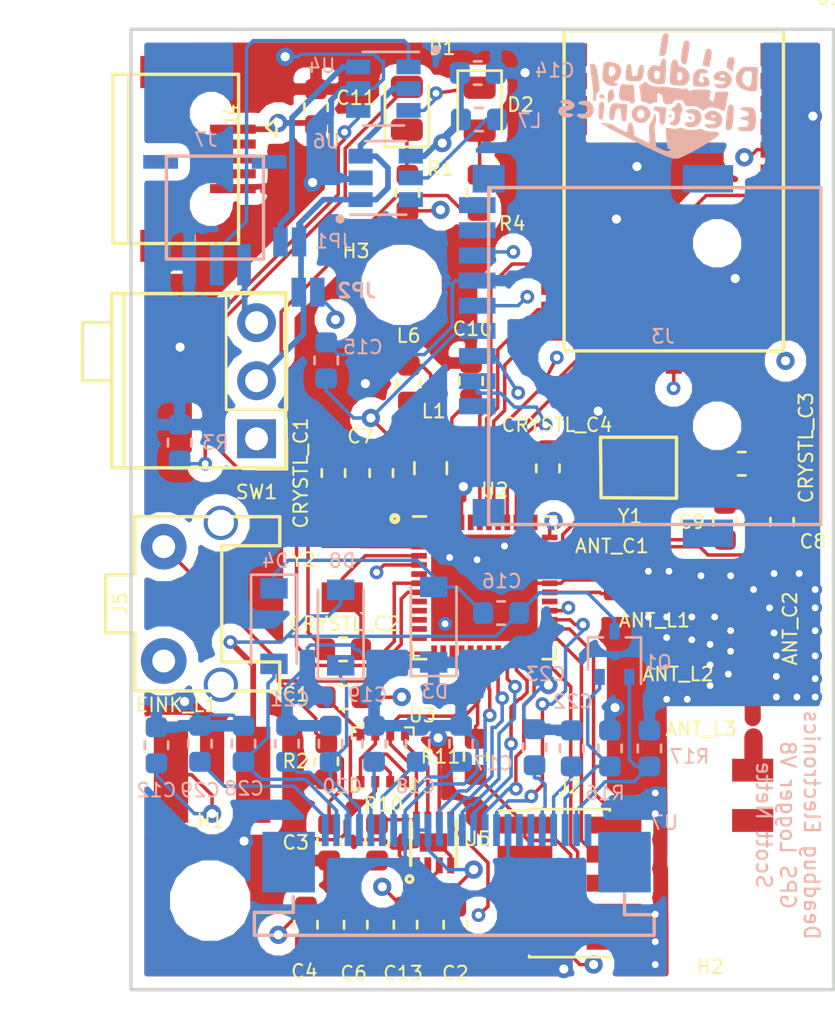
<source format=kicad_pcb>
(kicad_pcb (version 20171130) (host pcbnew "(5.0.1)-rc2")
  (layers (0 F.Cu signal) (1 In1.Cu signal hide) (2 In2.Cu signal hide) (31 B.Cu signal) (34 B.Paste user) (35 F.Paste user) (36 B.SilkS user) (37 F.SilkS user hide) (38 B.Mask user) (39 F.Mask user) (44 Edge.Cuts user))
  (net 0 "")
  (net 1 BattRtn)
  (net 2 "Net-(D1-Pad1)")
  (net 3 "Net-(D2-Pad1)")
  (net 4 BattPwr)
  (net 5 Fun_Btn_1_P23)
  (net 6 SCL)
  (net 7 SDA)
  (net 8 "Net-(U1-Pad16)")
  (net 9 /BatteryManagement/NTC)
  (net 10 Vdd)
  (net 11 /DEC1)
  (net 12 /DEC2)
  (net 13 /DEC3)
  (net 14 /DEC4)
  (net 15 "Net-(C16-Pad1)")
  (net 16 LED1_P2)
  (net 17 /RESET)
  (net 18 /SWDCLK)
  (net 19 /SWDIO)
  (net 20 /SPI_MISO)
  (net 21 /SPI_CLK)
  (net 22 /SPI_MOSI)
  (net 23 /SPI_EINK_CS)
  (net 24 "Net-(ANT1-Pad1)")
  (net 25 /EINK_BUSY)
  (net 26 /EINK_RST)
  (net 27 /EINK_DC)
  (net 28 /GPS_Reset)
  (net 29 /GPS_ExtInt)
  (net 30 USB_PWR)
  (net 31 UART_RX)
  (net 32 UART_TX)
  (net 33 /GPS_TimePulse)
  (net 34 ALRT)
  (net 35 "Net-(ANT_C1-Pad1)")
  (net 36 "Net-(ANT_C2-Pad2)")
  (net 37 "Net-(ANT_C2-Pad1)")
  (net 38 "Net-(C16-Pad2)")
  (net 39 /EINK/VDD)
  (net 40 /EINK/VPP)
  (net 41 /EINK/VSH)
  (net 42 /EINK/PREVGH)
  (net 43 /EINK/VSL)
  (net 44 "Net-(C22-Pad1)")
  (net 45 "Net-(C23-Pad1)")
  (net 46 /EINK/PREVGL)
  (net 47 /EINK/VCOM)
  (net 48 "Net-(CRYSTL_C1-Pad1)")
  (net 49 "Net-(CRYSTL_C2-Pad1)")
  (net 50 "Net-(CRYSTL_C3-Pad2)")
  (net 51 "Net-(CRYSTL_C4-Pad2)")
  (net 52 "Net-(D2-Pad2)")
  (net 53 /SD_CS)
  (net 54 "Net-(L1-Pad2)")
  (net 55 "Net-(L6-Pad2)")
  (net 56 "Net-(L7-Pad1)")
  (net 57 /EINK/GDR)
  (net 58 /EINK/RESE)
  (net 59 "Net-(R3-Pad2)")
  (net 60 /BatteryManagement/BattInt)
  (net 61 /BatteryManagement/Batt+)
  (net 62 "Net-(ANT1-Pad2)")
  (net 63 "Net-(J2-Pad6)")
  (net 64 "Net-(J2-Pad7)")
  (net 65 "Net-(J2-Pad8)")
  (net 66 "Net-(J3-Pad8)")
  (net 67 "Net-(J3-Pad1)")
  (net 68 "Net-(J4-Pad4)")
  (net 69 "Net-(J4-Pad3)")
  (net 70 "Net-(J4-Pad2)")
  (net 71 "Net-(SW1-Pad1)")
  (net 72 "Net-(U1-Pad30)")
  (net 73 "Net-(U1-Pad8)")
  (net 74 LED2_P3)
  (net 75 "Net-(U2-Pad8)")
  (net 76 "Net-(U2-Pad9)")
  (net 77 "Net-(U2-Pad10)")
  (net 78 "Net-(U2-Pad11)")
  (net 79 "Net-(U2-Pad12)")
  (net 80 "Net-(U2-Pad14)")
  (net 81 "Net-(U2-Pad15)")
  (net 82 "Net-(U2-Pad16)")
  (net 83 "Net-(U2-Pad29)")
  (net 84 "Net-(U2-Pad37)")
  (net 85 "Net-(U2-Pad44)")
  (net 86 "Net-(U7-Pad1)")
  (net 87 "Net-(U7-Pad6)")
  (net 88 "Net-(U7-Pad7)")
  (net 89 "Net-(U7-Pad25)")
  (net 90 "Net-(U7-Pad26)")
  (module Package_TO_SOT_SMD:SOT-323_SC-70 (layer B.Cu) (at 217.917 51.324 90)
    (fp_text reference Q1 (at -0.365 1.9045 180) (layer B.SilkS) (effects (font (size 0.6 0.6) (thickness 0.09)) (justify mirror)))
    (fp_text value Q_NMOS_GSD)
    (pad 1 smd rect (at -1 0.65 180) (size 0.45 0.7) (layers B.Cu B.Paste B.Mask) (net 57 /EINK/GDR))
    (pad 2 smd rect (at -1 -0.65 180) (size 0.45 0.7) (layers B.Cu B.Paste B.Mask) (net 58 /EINK/RESE))
    (pad 3 smd rect (at 1 0 180) (size 0.45 0.7) (layers B.Cu B.Paste B.Mask) (net 38 "Net-(C16-Pad2)"))
  )
  (module CustomFP:microSD_ebay (layer B.Cu) (at 212.4075 38.2905 270)
    (fp_text reference J3 (at -0.858 -7.634) (layer B.SilkS) (effects (font (size 0.6 0.6) (thickness 0.09)) (justify mirror)))
    (fp_text value Micro_SD_Card)
    (pad "" smd rect (at 7.75 -9.6 270) (size 1.2 2.2) (layers B.Cu B.Paste B.Mask))
    (pad "" smd rect (at -7.75 -9.6 270) (size 1.2 2.2) (layers B.Cu B.Paste B.Mask))
    (pad "" np_thru_hole circle (at -4.93 -10 270) (size 1.1 1.1) (drill 1.1) (layers *.Cu *.Mask))
    (pad "" np_thru_hole circle (at 3.05 -10 270) (size 1.1 1.1) (drill 1.1) (layers *.Cu *.Mask))
    (pad "" smd rect (at 6.85 0 270) (size 1.2 1.4) (layers B.Cu B.Paste B.Mask))
    (pad "" smd rect (at -7.75 0 270) (size 1.2 1.4) (layers B.Cu B.Paste B.Mask))
    (pad Cd smd rect (at -6.6 0.5 270) (size 0.7 1.6) (layers B.Cu B.Paste B.Mask))
    (pad 8 smd rect (at -5.5 0.5 270) (size 0.7 1.6) (layers B.Cu B.Paste B.Mask) (net 66 "Net-(J3-Pad8)"))
    (pad 7 smd rect (at -4.4 0.5 270) (size 0.7 1.6) (layers B.Cu B.Paste B.Mask) (net 20 /SPI_MISO))
    (pad 6 smd rect (at -3.3 0.5 270) (size 0.7 1.6) (layers B.Cu B.Paste B.Mask) (net 1 BattRtn))
    (pad 5 smd rect (at -2.2 0.5 270) (size 0.7 1.6) (layers B.Cu B.Paste B.Mask) (net 21 /SPI_CLK))
    (pad 4 smd rect (at -1.1 0.5 270) (size 0.7 1.6) (layers B.Cu B.Paste B.Mask) (net 10 Vdd))
    (pad 1 smd rect (at 2.2 0.5 270) (size 0.7 1.6) (layers B.Cu B.Paste B.Mask) (net 67 "Net-(J3-Pad1)"))
    (pad 2 smd rect (at 1.1 0.5 270) (size 0.7 1.6) (layers B.Cu B.Paste B.Mask) (net 53 /SD_CS))
    (pad 3 smd rect (at 0 0.5 270) (size 0.7 1.6) (layers B.Cu B.Paste B.Mask) (net 22 /SPI_MOSI))
  )
  (module Diode_SMD:D_SOD-123 (layer B.Cu) (at 203.0095 50.1015 270)
    (fp_text reference D4 (at -2.8575 -0.0635 180) (layer B.SilkS) (effects (font (size 0.6 0.6) (thickness 0.09)) (justify mirror)))
    (fp_text value MBR0530)
    (pad 1 smd rect (at -1.65 0 270) (size 0.9 1.2) (layers B.Cu B.Paste B.Mask) (net 15 "Net-(C16-Pad1)"))
    (pad 2 smd rect (at 1.65 0 270) (size 0.9 1.2) (layers B.Cu B.Paste B.Mask) (net 46 /EINK/PREVGL))
  )
  (module Diode_SMD:D_SOD-123 (layer B.Cu) (at 205.9305 50.165 90)
    (fp_text reference D8 (at 2.921 0.0635 180) (layer B.SilkS) (effects (font (size 0.6 0.6) (thickness 0.09)) (justify mirror)))
    (fp_text value MBR0530)
    (pad 1 smd rect (at -1.65 0 90) (size 0.9 1.2) (layers B.Cu B.Paste B.Mask) (net 42 /EINK/PREVGH))
    (pad 2 smd rect (at 1.65 0 90) (size 0.9 1.2) (layers B.Cu B.Paste B.Mask) (net 38 "Net-(C16-Pad2)"))
  )
  (module Diode_SMD:D_SOD-123 (layer B.Cu) (at 210 50.038 90)
    (fp_text reference D3 (at -2.921 0.058 180) (layer B.SilkS) (effects (font (size 0.6 0.6) (thickness 0.09)) (justify mirror)))
    (fp_text value MBR0530)
    (pad 2 smd rect (at 1.65 0 90) (size 0.9 1.2) (layers B.Cu B.Paste B.Mask) (net 15 "Net-(C16-Pad1)"))
    (pad 1 smd rect (at -1.65 0 90) (size 0.9 1.2) (layers B.Cu B.Paste B.Mask) (net 1 BattRtn))
  )
  (module CustomFP:CAM-M8Q (layer F.Cu) (at 215.7095 24.0665)
    (fp_text reference U1 (at 11.6 -1.45) (layer F.SilkS) (effects (font (size 0.6 0.6) (thickness 0.09))))
    (fp_text value CAM_M8Q)
    (pad 28 smd rect (at 3.8 14) (size 0.7 2) (layers F.Cu F.Paste F.Mask))
    (pad 29 smd rect (at 4.8 14) (size 0.7 2) (layers F.Cu F.Paste F.Mask) (net 33 /GPS_TimePulse))
    (pad 30 smd rect (at 5.8 14) (size 0.7 2) (layers F.Cu F.Paste F.Mask) (net 72 "Net-(U1-Pad30)"))
    (pad 31 smd rect (at 6.8 14) (size 0.7 2) (layers F.Cu F.Paste F.Mask) (net 1 BattRtn))
    (pad 27 smd rect (at 2.8 14) (size 0.7 2) (layers F.Cu F.Paste F.Mask) (net 1 BattRtn))
    (pad 1 smd rect (at 9.6 13.2) (size 2 0.7) (layers F.Cu F.Paste F.Mask) (net 10 Vdd))
    (pad 2 smd rect (at 9.6 12.2) (size 2 0.7) (layers F.Cu F.Paste F.Mask))
    (pad 3 smd rect (at 9.6 11.2) (size 2 0.7) (layers F.Cu F.Paste F.Mask))
    (pad 4 smd rect (at 9.6 10.2) (size 2 0.7) (layers F.Cu F.Paste F.Mask) (net 1 BattRtn))
    (pad 5 smd rect (at 9.6 9.2) (size 2 0.7) (layers F.Cu F.Paste F.Mask) (net 1 BattRtn))
    (pad 6 smd rect (at 9.6 8.2) (size 2 0.7) (layers F.Cu F.Paste F.Mask))
    (pad 7 smd rect (at 9.6 7.2) (size 2 0.7) (layers F.Cu F.Paste F.Mask) (net 29 /GPS_ExtInt))
    (pad 8 smd rect (at 9.6 6.2) (size 2 0.7) (layers F.Cu F.Paste F.Mask) (net 73 "Net-(U1-Pad8)"))
    (pad 9 smd rect (at 9.6 5.2) (size 2 0.7) (layers F.Cu F.Paste F.Mask) (net 10 Vdd))
    (pad 10 smd rect (at 9.6 4.2) (size 2 0.7) (layers F.Cu F.Paste F.Mask) (net 1 BattRtn))
    (pad 15 smd rect (at 0 2.2) (size 2 0.7) (layers F.Cu F.Paste F.Mask) (net 1 BattRtn))
    (pad 16 smd rect (at 0 3.2) (size 2 0.7) (layers F.Cu F.Paste F.Mask) (net 8 "Net-(U1-Pad16)"))
    (pad 17 smd rect (at 0 4.2) (size 2 0.7) (layers F.Cu F.Paste F.Mask) (net 8 "Net-(U1-Pad16)"))
    (pad 18 smd rect (at 0 5.2) (size 2 0.7) (layers F.Cu F.Paste F.Mask) (net 1 BattRtn))
    (pad 19 smd rect (at 0 6.2) (size 2 0.7) (layers F.Cu F.Paste F.Mask) (net 1 BattRtn))
    (pad 20 smd rect (at 0 7.2) (size 2 0.7) (layers F.Cu F.Paste F.Mask))
    (pad 21 smd rect (at 0 8.2) (size 2 0.7) (layers F.Cu F.Paste F.Mask) (net 1 BattRtn))
    (pad 22 smd rect (at 0 9.2) (size 2 0.7) (layers F.Cu F.Paste F.Mask) (net 1 BattRtn))
    (pad 23 smd rect (at 0 10.2) (size 2 0.7) (layers F.Cu F.Paste F.Mask) (net 28 /GPS_Reset))
    (pad 24 smd rect (at 0 11.2) (size 2 0.7) (layers F.Cu F.Paste F.Mask))
    (pad 25 smd rect (at 0 12.2) (size 2 0.7) (layers F.Cu F.Paste F.Mask) (net 31 UART_RX))
    (pad 26 smd rect (at 0 13.2) (size 2 0.7) (layers F.Cu F.Paste F.Mask) (net 32 UART_TX))
    (pad 11 smd rect (at 9.6 3.2) (size 2 0.7) (layers F.Cu F.Paste F.Mask) (net 1 BattRtn))
    (pad 12 smd rect (at 9.6 2.2) (size 2 0.7) (layers F.Cu F.Paste F.Mask) (net 1 BattRtn))
    (pad 14 smd rect (at 0 1.05) (size 2 1) (layers F.Cu F.Paste F.Mask) (net 1 BattRtn))
    (pad 13 smd rect (at 9.6 1.05) (size 2 1) (layers F.Cu F.Paste F.Mask) (net 1 BattRtn))
  )
  (module LED_SMD:LED_0805_2012Metric (layer F.Cu) (at 208.8261 27.4555 90)
    (fp_text reference D1 (at 2.6393 1.5494 180) (layer F.SilkS) (effects (font (size 0.6 0.6) (thickness 0.09))))
    (fp_text value LED_B)
    (pad 2 smd roundrect (at 0.9375 0 90) (size 0.975 1.4) (layers F.Cu F.Paste F.Mask) (net 16 LED1_P2))
    (pad 1 smd roundrect (at -0.9375 0 90) (size 0.975 1.4) (layers F.Cu F.Paste F.Mask) (net 2 "Net-(D1-Pad1)"))
  )
  (module LED_SMD:LED_0805_2012Metric (layer F.Cu) (at 212.0138 27.4955 270)
    (fp_text reference D2 (at -0.1955 -1.7862) (layer F.SilkS) (effects (font (size 0.6 0.6) (thickness 0.09))))
    (fp_text value LED)
    (pad 2 smd roundrect (at 0.9375 0 270) (size 0.975 1.4) (layers F.Cu F.Paste F.Mask) (net 52 "Net-(D2-Pad2)"))
    (pad 1 smd roundrect (at -0.9375 0 270) (size 0.975 1.4) (layers F.Cu F.Paste F.Mask) (net 3 "Net-(D2-Pad1)"))
  )
  (module Inductor_SMD:L_0805_2012Metric (layer F.Cu) (at 209.8675 43.195 90)
    (fp_text reference L1 (at 2.495 0.1325 180) (layer F.SilkS) (effects (font (size 0.6 0.6) (thickness 0.09))))
    (fp_text value 10nH)
    (pad 2 smd roundrect (at 0.9375 0 90) (size 0.975 1.4) (layers F.Cu F.Paste F.Mask) (net 54 "Net-(L1-Pad2)"))
    (pad 1 smd roundrect (at -0.9375 0 90) (size 0.975 1.4) (layers F.Cu F.Paste F.Mask) (net 14 /DEC4))
  )
  (module Package_DFN_QFN:QFN-48-1EP_6x6mm_P0.4mm_EP4.66x4.66mm (layer F.Cu) (at 212.2205 48.425)
    (fp_text reference U2 (at 0.456074 -4.281526) (layer F.SilkS) (effects (font (size 0.6 0.6) (thickness 0.09))))
    (fp_text value nRF52832-QFxx)
    (pad 49 smd rect (at 0 0) (size 4.66 4.66) (layers F.Cu F.Mask) (net 1 BattRtn))
    (pad 1 smd rect (at -2.86 -2.2) (size 0.68 0.25) (layers F.Cu F.Paste F.Mask) (net 11 /DEC1))
    (pad 2 smd rect (at -2.86 -1.8) (size 0.68 0.25) (layers F.Cu F.Paste F.Mask) (net 48 "Net-(CRYSTL_C1-Pad1)"))
    (pad 3 smd rect (at -2.86 -1.4) (size 0.68 0.25) (layers F.Cu F.Paste F.Mask) (net 49 "Net-(CRYSTL_C2-Pad1)"))
    (pad 4 smd rect (at -2.86 -1) (size 0.68 0.25) (layers F.Cu F.Paste F.Mask) (net 34 ALRT))
    (pad 5 smd rect (at -2.86 -0.6) (size 0.68 0.25) (layers F.Cu F.Paste F.Mask) (net 74 LED2_P3))
    (pad 6 smd rect (at -2.86 -0.2) (size 0.68 0.25) (layers F.Cu F.Paste F.Mask) (net 16 LED1_P2))
    (pad 7 smd rect (at -2.86 0.2) (size 0.68 0.25) (layers F.Cu F.Paste F.Mask) (net 5 Fun_Btn_1_P23))
    (pad 8 smd rect (at -2.86 0.6) (size 0.68 0.25) (layers F.Cu F.Paste F.Mask) (net 75 "Net-(U2-Pad8)"))
    (pad 9 smd rect (at -2.86 1) (size 0.68 0.25) (layers F.Cu F.Paste F.Mask) (net 76 "Net-(U2-Pad9)"))
    (pad 10 smd rect (at -2.86 1.4) (size 0.68 0.25) (layers F.Cu F.Paste F.Mask) (net 77 "Net-(U2-Pad10)"))
    (pad 11 smd rect (at -2.86 1.8) (size 0.68 0.25) (layers F.Cu F.Paste F.Mask) (net 78 "Net-(U2-Pad11)"))
    (pad 12 smd rect (at -2.86 2.2) (size 0.68 0.25) (layers F.Cu F.Paste F.Mask) (net 79 "Net-(U2-Pad12)"))
    (pad 13 smd rect (at -2.2 2.86) (size 0.25 0.68) (layers F.Cu F.Paste F.Mask) (net 10 Vdd))
    (pad 14 smd rect (at -1.8 2.86) (size 0.25 0.68) (layers F.Cu F.Paste F.Mask) (net 80 "Net-(U2-Pad14)"))
    (pad 15 smd rect (at -1.4 2.86) (size 0.25 0.68) (layers F.Cu F.Paste F.Mask) (net 81 "Net-(U2-Pad15)"))
    (pad 16 smd rect (at -1 2.86) (size 0.25 0.68) (layers F.Cu F.Paste F.Mask) (net 82 "Net-(U2-Pad16)"))
    (pad 17 smd rect (at -0.6 2.86) (size 0.25 0.68) (layers F.Cu F.Paste F.Mask) (net 7 SDA))
    (pad 18 smd rect (at -0.2 2.86) (size 0.25 0.68) (layers F.Cu F.Paste F.Mask) (net 6 SCL))
    (pad 19 smd rect (at 0.2 2.86) (size 0.25 0.68) (layers F.Cu F.Paste F.Mask) (net 22 /SPI_MOSI))
    (pad 20 smd rect (at 0.6 2.86) (size 0.25 0.68) (layers F.Cu F.Paste F.Mask) (net 21 /SPI_CLK))
    (pad 21 smd rect (at 1 2.86) (size 0.25 0.68) (layers F.Cu F.Paste F.Mask) (net 23 /SPI_EINK_CS))
    (pad 22 smd rect (at 1.4 2.86) (size 0.25 0.68) (layers F.Cu F.Paste F.Mask) (net 27 /EINK_DC))
    (pad 23 smd rect (at 1.8 2.86) (size 0.25 0.68) (layers F.Cu F.Paste F.Mask) (net 26 /EINK_RST))
    (pad 24 smd rect (at 2.2 2.86) (size 0.25 0.68) (layers F.Cu F.Paste F.Mask) (net 17 /RESET))
    (pad 25 smd rect (at 2.86 2.2) (size 0.68 0.25) (layers F.Cu F.Paste F.Mask) (net 18 /SWDCLK))
    (pad 26 smd rect (at 2.86 1.8) (size 0.68 0.25) (layers F.Cu F.Paste F.Mask) (net 19 /SWDIO))
    (pad 27 smd rect (at 2.86 1.4) (size 0.68 0.25) (layers F.Cu F.Paste F.Mask) (net 25 /EINK_BUSY))
    (pad 28 smd rect (at 2.86 1) (size 0.68 0.25) (layers F.Cu F.Paste F.Mask) (net 20 /SPI_MISO))
    (pad 29 smd rect (at 2.86 0.6) (size 0.68 0.25) (layers F.Cu F.Paste F.Mask) (net 83 "Net-(U2-Pad29)"))
    (pad 30 smd rect (at 2.86 0.2) (size 0.68 0.25) (layers F.Cu F.Paste F.Mask) (net 35 "Net-(ANT_C1-Pad1)"))
    (pad 31 smd rect (at 2.86 -0.2) (size 0.68 0.25) (layers F.Cu F.Paste F.Mask) (net 1 BattRtn))
    (pad 32 smd rect (at 2.86 -0.6) (size 0.68 0.25) (layers F.Cu F.Paste F.Mask) (net 12 /DEC2))
    (pad 33 smd rect (at 2.86 -1) (size 0.68 0.25) (layers F.Cu F.Paste F.Mask) (net 13 /DEC3))
    (pad 34 smd rect (at 2.86 -1.4) (size 0.68 0.25) (layers F.Cu F.Paste F.Mask) (net 50 "Net-(CRYSTL_C3-Pad2)"))
    (pad 35 smd rect (at 2.86 -1.8) (size 0.68 0.25) (layers F.Cu F.Paste F.Mask) (net 51 "Net-(CRYSTL_C4-Pad2)"))
    (pad 36 smd rect (at 2.86 -2.2) (size 0.68 0.25) (layers F.Cu F.Paste F.Mask) (net 10 Vdd))
    (pad 37 smd rect (at 2.2 -2.86) (size 0.25 0.68) (layers F.Cu F.Paste F.Mask) (net 84 "Net-(U2-Pad37)"))
    (pad 38 smd rect (at 1.8 -2.86) (size 0.25 0.68) (layers F.Cu F.Paste F.Mask) (net 53 /SD_CS))
    (pad 39 smd rect (at 1.4 -2.86) (size 0.25 0.68) (layers F.Cu F.Paste F.Mask) (net 29 /GPS_ExtInt))
    (pad 40 smd rect (at 1 -2.86) (size 0.25 0.68) (layers F.Cu F.Paste F.Mask) (net 33 /GPS_TimePulse))
    (pad 41 smd rect (at 0.6 -2.86) (size 0.25 0.68) (layers F.Cu F.Paste F.Mask) (net 32 UART_TX))
    (pad 42 smd rect (at 0.2 -2.86) (size 0.25 0.68) (layers F.Cu F.Paste F.Mask) (net 31 UART_RX))
    (pad 43 smd rect (at -0.2 -2.86) (size 0.25 0.68) (layers F.Cu F.Paste F.Mask) (net 28 /GPS_Reset))
    (pad 44 smd rect (at -0.6 -2.86) (size 0.25 0.68) (layers F.Cu F.Paste F.Mask) (net 85 "Net-(U2-Pad44)"))
    (pad 45 smd rect (at -1 -2.86) (size 0.25 0.68) (layers F.Cu F.Paste F.Mask) (net 1 BattRtn))
    (pad 46 smd rect (at -1.4 -2.86) (size 0.25 0.68) (layers F.Cu F.Paste F.Mask) (net 14 /DEC4))
    (pad 47 smd rect (at -1.8 -2.86) (size 0.25 0.68) (layers F.Cu F.Paste F.Mask) (net 55 "Net-(L6-Pad2)"))
    (pad 48 smd rect (at -2.2 -2.86) (size 0.25 0.68) (layers F.Cu F.Paste F.Mask) (net 10 Vdd))
  )
  (module Package_TO_SOT_SMD:SOT-23-6 (layer B.Cu) (at 207.9 30.5)
    (fp_text reference U6 (at -2.6 -1.6) (layer B.SilkS) (effects (font (size 0.6 0.6) (thickness 0.09)) (justify mirror)))
    (fp_text value LM3671)
    (pad 5 smd rect (at 1.1 0) (size 1.06 0.65) (layers B.Cu B.Paste B.Mask) (net 56 "Net-(L7-Pad1)"))
    (pad 6 smd rect (at 1.1 0.95) (size 1.06 0.65) (layers B.Cu B.Paste B.Mask))
    (pad 4 smd rect (at 1.1 -0.95) (size 1.06 0.65) (layers B.Cu B.Paste B.Mask) (net 10 Vdd))
    (pad 3 smd rect (at -1.1 -0.95) (size 1.06 0.65) (layers B.Cu B.Paste B.Mask) (net 61 /BatteryManagement/Batt+))
    (pad 2 smd rect (at -1.1 0) (size 1.06 0.65) (layers B.Cu B.Paste B.Mask) (net 1 BattRtn))
    (pad 1 smd rect (at -1.1 0.95) (size 1.06 0.65) (layers B.Cu B.Paste B.Mask) (net 61 /BatteryManagement/Batt+))
  )
  (module Jumpers:SMT-JUMPER_2_NO_NO-SILK (layer B.Cu) (at 203.7 33.3)
    (fp_text reference JP1 (at 1.913 -0.026) (layer B.SilkS) (effects (font (size 0.6 0.6) (thickness 0.09)) (justify mirror)))
    (fp_text value Jumper_NO_Small hide)
    (pad 2 smd rect (at 0.4064 0) (size 0.635 1.27) (layers B.Cu B.Mask) (net 61 /BatteryManagement/Batt+))
    (pad 1 smd rect (at -0.4064 0) (size 0.635 1.27) (layers B.Cu B.Mask) (net 30 USB_PWR))
  )
  (module Resistor_SMD:R_0603_1608Metric (layer F.Cu) (at 205.3 56.0125 270)
    (fp_text reference R2 (at -0.0055 1.338) (layer F.SilkS) (effects (font (size 0.6 0.6) (thickness 0.09))))
    (fp_text value 10k)
    (pad 2 smd roundrect (at 0.7875 0 270) (size 0.875 0.95) (layers F.Cu F.Paste F.Mask) (net 1 BattRtn))
    (pad 1 smd roundrect (at -0.7875 0 270) (size 0.875 0.95) (layers F.Cu F.Paste F.Mask) (net 5 Fun_Btn_1_P23))
  )
  (module Resistor_SMD:R_0603_1608Metric (layer B.Cu) (at 198.882 42.075 270)
    (fp_text reference R3 (at 0 -1.5621) (layer B.SilkS) (effects (font (size 0.6 0.6) (thickness 0.09)) (justify mirror)))
    (fp_text value 1k)
    (pad 2 smd roundrect (at 0.7875 0 270) (size 0.875 0.95) (layers B.Cu B.Paste B.Mask) (net 59 "Net-(R3-Pad2)"))
    (pad 1 smd roundrect (at -0.7875 0 270) (size 0.875 0.95) (layers B.Cu B.Paste B.Mask) (net 1 BattRtn))
  )
  (module Resistor_SMD:R_0603_1608Metric (layer F.Cu) (at 211.963 31.153 90)
    (fp_text reference R4 (at -1.3463 1.4732) (layer F.SilkS) (effects (font (size 0.6 0.6) (thickness 0.09))))
    (fp_text value 330)
    (pad 2 smd roundrect (at 0.7875 0 90) (size 0.875 0.95) (layers F.Cu F.Paste F.Mask) (net 52 "Net-(D2-Pad2)"))
    (pad 1 smd roundrect (at -0.7875 0 90) (size 0.875 0.95) (layers F.Cu F.Paste F.Mask) (net 61 /BatteryManagement/Batt+))
  )
  (module Resistor_SMD:R_0603_1608Metric (layer F.Cu) (at 207.518 59.563 90)
    (fp_text reference R10 (at 1.663 0.282 180) (layer F.SilkS) (effects (font (size 0.6 0.6) (thickness 0.09))))
    (fp_text value R)
    (pad 2 smd roundrect (at 0.7875 0 90) (size 0.875 0.95) (layers F.Cu F.Paste F.Mask) (net 7 SDA))
    (pad 1 smd roundrect (at -0.7875 0 90) (size 0.875 0.95) (layers F.Cu F.Paste F.Mask) (net 10 Vdd))
  )
  (module Resistor_SMD:R_0603_1608Metric (layer F.Cu) (at 211.836 55.8165 90)
    (fp_text reference R11 (at 0.0165 -1.536 180) (layer F.SilkS) (effects (font (size 0.6 0.6) (thickness 0.09))))
    (fp_text value R)
    (pad 2 smd roundrect (at 0.7875 0 90) (size 0.875 0.95) (layers F.Cu F.Paste F.Mask) (net 6 SCL))
    (pad 1 smd roundrect (at -0.7875 0 90) (size 0.875 0.95) (layers F.Cu F.Paste F.Mask) (net 10 Vdd))
  )
  (module Resistor_SMD:R_0603_1608Metric (layer B.Cu) (at 217.7168 55.4481 90)
    (fp_text reference R16 (at -1.9519 -0.2168 -180) (layer B.SilkS) (effects (font (size 0.6 0.6) (thickness 0.09)) (justify mirror)))
    (fp_text value 0.47)
    (pad 2 smd roundrect (at 0.7875 0 90) (size 0.875 0.95) (layers B.Cu B.Paste B.Mask) (net 1 BattRtn))
    (pad 1 smd roundrect (at -0.7875 0 90) (size 0.875 0.95) (layers B.Cu B.Paste B.Mask) (net 58 /EINK/RESE))
  )
  (module Resistor_SMD:R_0603_1608Metric (layer B.Cu) (at 219.444 55.4481 90)
    (fp_text reference R17 (at -0.3519 1.756 -180) (layer B.SilkS) (effects (font (size 0.6 0.6) (thickness 0.09)) (justify mirror)))
    (fp_text value 10k)
    (pad 2 smd roundrect (at 0.7875 0 90) (size 0.875 0.95) (layers B.Cu B.Paste B.Mask) (net 1 BattRtn))
    (pad 1 smd roundrect (at -0.7875 0 90) (size 0.875 0.95) (layers B.Cu B.Paste B.Mask) (net 57 /EINK/GDR))
  )
  (module CustomFP:ECS-320-12-33Q (layer F.Cu) (at 220.3 43.9 180)
    (fp_text reference Y1 (at 1.7 -1.4 180) (layer F.SilkS) (effects (font (size 0.6 0.6) (thickness 0.09))))
    (fp_text value 32MHz)
    (pad 3 smd rect (at 3 1.5 180) (size 1.8 0.8) (layers F.Cu F.Paste F.Mask))
    (pad 4 smd rect (at 0 1.5 180) (size 1.8 0.8) (layers F.Cu F.Paste F.Mask))
    (pad 2 smd rect (at 3 0 180) (size 1.8 0.8) (layers F.Cu F.Paste F.Mask) (net 51 "Net-(CRYSTL_C4-Pad2)"))
    (pad 1 smd rect (at 0 0 180) (size 1.8 0.8) (layers F.Cu F.Paste F.Mask) (net 50 "Net-(CRYSTL_C3-Pad2)"))
  )
  (module CustomFP:TFE322P32K7680R (layer F.Cu) (at 205.994 46.0375 270)
    (fp_text reference Y2 (at 1.1625 1.694) (layer F.SilkS) (effects (font (size 0.6 0.6) (thickness 0.09))))
    (fp_text value 32.768kHz)
    (pad 2 smd rect (at 2.8 0 270) (size 1.3 1.8) (layers F.Cu F.Paste F.Mask) (net 49 "Net-(CRYSTL_C2-Pad1)"))
    (pad 1 smd rect (at 0 0 270) (size 1.3 1.8) (layers F.Cu F.Paste F.Mask) (net 48 "Net-(CRYSTL_C1-Pad1)"))
  )
  (module Capacitor_SMD:C_0402_1005Metric (layer F.Cu) (at 217.7709 48.194 90)
    (fp_text reference ANT_C1 (at 1.594 0.0291 180) (layer F.SilkS) (effects (font (size 0.6 0.6) (thickness 0.09))))
    (fp_text value 0.8pF)
    (pad 1 smd roundrect (at -0.485 0 90) (size 0.59 0.64) (layers F.Cu F.Paste F.Mask) (net 35 "Net-(ANT_C1-Pad1)"))
    (pad 2 smd roundrect (at 0.485 0 90) (size 0.59 0.64) (layers F.Cu F.Paste F.Mask) (net 1 BattRtn))
  )
  (module Capacitor_SMD:C_0402_1005Metric (layer F.Cu) (at 223.9645 51.585 270)
    (fp_text reference ANT_C2 (at -1.385 -1.6355 90) (layer F.SilkS) (effects (font (size 0.6 0.6) (thickness 0.09))))
    (fp_text value 1.2pF)
    (pad 2 smd roundrect (at 0.485 0 270) (size 0.59 0.64) (layers F.Cu F.Paste F.Mask) (net 36 "Net-(ANT_C2-Pad2)"))
    (pad 1 smd roundrect (at -0.485 0 270) (size 0.59 0.64) (layers F.Cu F.Paste F.Mask) (net 37 "Net-(ANT_C2-Pad1)"))
  )
  (module Inductor_SMD:L_0402_1005Metric (layer F.Cu) (at 219.666 48.679 180)
    (fp_text reference ANT_L1 (at 0 -1.17 180) (layer F.SilkS) (effects (font (size 0.6 0.6) (thickness 0.09))))
    (fp_text value 3.9nH)
    (pad 1 smd roundrect (at -0.485 0 180) (size 0.59 0.64) (layers F.Cu F.Paste F.Mask) (net 37 "Net-(ANT_C2-Pad1)"))
    (pad 2 smd roundrect (at 0.485 0 180) (size 0.59 0.64) (layers F.Cu F.Paste F.Mask) (net 35 "Net-(ANT_C1-Pad1)"))
  )
  (module Inductor_SMD:L_0402_1005Metric (layer F.Cu) (at 223.4922 53.086)
    (fp_text reference ANT_L2 (at -2.7922 -0.886) (layer F.SilkS) (effects (font (size 0.6 0.6) (thickness 0.09))))
    (fp_text value 2.7nH)
    (pad 2 smd roundrect (at 0.485 0) (size 0.59 0.64) (layers F.Cu F.Paste F.Mask) (net 36 "Net-(ANT_C2-Pad2)"))
    (pad 1 smd roundrect (at -0.485 0) (size 0.59 0.64) (layers F.Cu F.Paste F.Mask) (net 1 BattRtn))
  )
  (module Inductor_SMD:L_0402_1005Metric (layer F.Cu) (at 224 54.485 90)
    (fp_text reference ANT_L3 (at -0.115 -2.3 180) (layer F.SilkS) (effects (font (size 0.6 0.6) (thickness 0.09))))
    (fp_text value 3.3nH)
    (pad 1 smd roundrect (at -0.485 0 90) (size 0.59 0.64) (layers F.Cu F.Paste F.Mask) (net 24 "Net-(ANT1-Pad1)"))
    (pad 2 smd roundrect (at 0.485 0 90) (size 0.59 0.64) (layers F.Cu F.Paste F.Mask) (net 36 "Net-(ANT_C2-Pad2)"))
  )
  (module Capacitor_SMD:C_0603_1608Metric (layer F.Cu) (at 206.0575 53.213 180)
    (fp_text reference C1 (at 2.0955 0.127 180) (layer F.SilkS) (effects (font (size 0.6 0.6) (thickness 0.09))))
    (fp_text value 82n)
    (pad 1 smd roundrect (at -0.7875 0 180) (size 0.875 0.95) (layers F.Cu F.Paste F.Mask) (net 10 Vdd))
    (pad 2 smd roundrect (at 0.7875 0 180) (size 0.875 0.95) (layers F.Cu F.Paste F.Mask) (net 1 BattRtn))
  )
  (module Capacitor_SMD:C_0603_1608Metric (layer F.Cu) (at 210.947 63.157 270)
    (fp_text reference C2 (at 2.121 0) (layer F.SilkS) (effects (font (size 0.6 0.6) (thickness 0.09))))
    (fp_text value 2.2u)
    (pad 1 smd roundrect (at -0.7875 0 270) (size 0.875 0.95) (layers F.Cu F.Paste F.Mask) (net 10 Vdd))
    (pad 2 smd roundrect (at 0.7875 0 270) (size 0.875 0.95) (layers F.Cu F.Paste F.Mask) (net 1 BattRtn))
  )
  (module Capacitor_SMD:C_0603_1608Metric (layer F.Cu) (at 204.4065 63.157 90)
    (fp_text reference C4 (at -2.043 -0.0635 180) (layer F.SilkS) (effects (font (size 0.6 0.6) (thickness 0.09))))
    (fp_text value 0.1u)
    (pad 2 smd roundrect (at 0.7875 0 90) (size 0.875 0.95) (layers F.Cu F.Paste F.Mask) (net 10 Vdd))
    (pad 1 smd roundrect (at -0.7875 0 90) (size 0.875 0.95) (layers F.Cu F.Paste F.Mask) (net 1 BattRtn))
  )
  (module Capacitor_SMD:C_0603_1608Metric (layer F.Cu) (at 206.586666 63.157 90)
    (fp_text reference C6 (at -2.121 -0.086666 180) (layer F.SilkS) (effects (font (size 0.6 0.6) (thickness 0.09))))
    (fp_text value 0.1u)
    (pad 1 smd roundrect (at -0.7875 0 90) (size 0.875 0.95) (layers F.Cu F.Paste F.Mask) (net 1 BattRtn))
    (pad 2 smd roundrect (at 0.7875 0 90) (size 0.875 0.95) (layers F.Cu F.Paste F.Mask) (net 10 Vdd))
  )
  (module Capacitor_SMD:C_0603_1608Metric (layer F.Cu) (at 207.7085 43.4085 90)
    (fp_text reference C7 (at 1.6085 -0.9085 180) (layer F.SilkS) (effects (font (size 0.6 0.6) (thickness 0.09))))
    (fp_text value 100n)
    (pad 1 smd roundrect (at -0.7875 0 90) (size 0.875 0.95) (layers F.Cu F.Paste F.Mask) (net 11 /DEC1))
    (pad 2 smd roundrect (at 0.7875 0 90) (size 0.875 0.95) (layers F.Cu F.Paste F.Mask) (net 1 BattRtn))
  )
  (module Capacitor_SMD:C_0603_1608Metric (layer F.Cu) (at 225.25 45.5375 90)
    (fp_text reference C8 (at -0.8625 1.35 180) (layer F.SilkS) (effects (font (size 0.6 0.6) (thickness 0.09))))
    (fp_text value NC)
    (pad 2 smd roundrect (at 0.7875 0 90) (size 0.875 0.95) (layers F.Cu F.Paste F.Mask) (net 1 BattRtn))
    (pad 1 smd roundrect (at -0.7875 0 90) (size 0.875 0.95) (layers F.Cu F.Paste F.Mask) (net 12 /DEC2))
  )
  (module Capacitor_SMD:C_0603_1608Metric (layer F.Cu) (at 222.75 45.5375 90)
    (fp_text reference C9 (at 0 -1.45 180) (layer F.SilkS) (effects (font (size 0.6 0.6) (thickness 0.09))))
    (fp_text value 100p)
    (pad 2 smd roundrect (at 0.7875 0 90) (size 0.875 0.95) (layers F.Cu F.Paste F.Mask) (net 1 BattRtn))
    (pad 1 smd roundrect (at -0.7875 0 90) (size 0.875 0.95) (layers F.Cu F.Paste F.Mask) (net 13 /DEC3))
  )
  (module Capacitor_SMD:C_0603_1608Metric (layer F.Cu) (at 211.635 39.3835 90)
    (fp_text reference C10 (at 2.2835 0.065 180) (layer F.SilkS) (effects (font (size 0.6 0.6) (thickness 0.09))))
    (fp_text value 1u)
    (pad 1 smd roundrect (at -0.7875 0 90) (size 0.875 0.95) (layers F.Cu F.Paste F.Mask) (net 14 /DEC4))
    (pad 2 smd roundrect (at 0.7875 0 90) (size 0.875 0.95) (layers F.Cu F.Paste F.Mask) (net 1 BattRtn))
  )
  (module Capacitor_SMD:C_0603_1608Metric (layer F.Cu) (at 204.851 27.4065 270)
    (fp_text reference C11 (at -0.4065 -1.749) (layer F.SilkS) (effects (font (size 0.6 0.6) (thickness 0.09))))
    (fp_text value 100nF)
    (pad 2 smd roundrect (at 0.7875 0 270) (size 0.875 0.95) (layers F.Cu F.Paste F.Mask) (net 30 USB_PWR))
    (pad 1 smd roundrect (at -0.7875 0 270) (size 0.875 0.95) (layers F.Cu F.Paste F.Mask) (net 1 BattRtn))
  )
  (module Capacitor_SMD:C_0603_1608Metric (layer B.Cu) (at 197.866 55.3085 90)
    (fp_text reference C12 (at -1.9685 0 180) (layer B.SilkS) (effects (font (size 0.6 0.6) (thickness 0.09)) (justify mirror)))
    (fp_text value 100n)
    (pad 2 smd roundrect (at 0.7875 0 90) (size 0.875 0.95) (layers B.Cu B.Paste B.Mask) (net 1 BattRtn))
    (pad 1 smd roundrect (at -0.7875 0 90) (size 0.875 0.95) (layers B.Cu B.Paste B.Mask) (net 10 Vdd))
  )
  (module Capacitor_SMD:C_0603_1608Metric (layer F.Cu) (at 208.766832 63.157 270)
    (fp_text reference C13 (at 2.121 0.105832) (layer F.SilkS) (effects (font (size 0.6 0.6) (thickness 0.09))))
    (fp_text value 1u)
    (pad 2 smd roundrect (at 0.7875 0 270) (size 0.875 0.95) (layers F.Cu F.Paste F.Mask) (net 1 BattRtn))
    (pad 1 smd roundrect (at -0.7875 0 270) (size 0.875 0.95) (layers F.Cu F.Paste F.Mask) (net 4 BattPwr))
  )
  (module Capacitor_SMD:C_0603_1608Metric (layer B.Cu) (at 211.931 25.9147)
    (fp_text reference C14 (at 3.369 -0.1147) (layer B.SilkS) (effects (font (size 0.6 0.6) (thickness 0.09)) (justify mirror)))
    (fp_text value C)
    (pad 2 smd roundrect (at 0.7875 0) (size 0.875 0.95) (layers B.Cu B.Paste B.Mask) (net 1 BattRtn))
    (pad 1 smd roundrect (at -0.7875 0) (size 0.875 0.95) (layers B.Cu B.Paste B.Mask) (net 10 Vdd))
  )
  (module Capacitor_SMD:C_0603_1608Metric (layer B.Cu) (at 205.2955 38.481 90)
    (fp_text reference C15 (at 0.581 1.6045 180) (layer B.SilkS) (effects (font (size 0.6 0.6) (thickness 0.09)) (justify mirror)))
    (fp_text value 4.7u)
    (pad 1 smd roundrect (at -0.7875 0 90) (size 0.875 0.95) (layers B.Cu B.Paste B.Mask) (net 10 Vdd))
    (pad 2 smd roundrect (at 0.7875 0 90) (size 0.875 0.95) (layers B.Cu B.Paste B.Mask) (net 1 BattRtn))
  )
  (module Capacitor_SMD:C_0603_1608Metric (layer B.Cu) (at 212.9535 49.53)
    (fp_text reference C16 (at 0.0255 -1.397 -180) (layer B.SilkS) (effects (font (size 0.6 0.6) (thickness 0.09)) (justify mirror)))
    (fp_text value 100n)
    (pad 2 smd roundrect (at 0.7875 0) (size 0.875 0.95) (layers B.Cu B.Paste B.Mask) (net 38 "Net-(C16-Pad2)"))
    (pad 1 smd roundrect (at -0.7875 0) (size 0.875 0.95) (layers B.Cu B.Paste B.Mask) (net 15 "Net-(C16-Pad1)"))
  )
  (module Capacitor_SMD:C_0603_1608Metric (layer B.Cu) (at 211.201 55.2451 90)
    (fp_text reference C17 (at -0.8549 1.399 180) (layer B.SilkS) (effects (font (size 0.6 0.6) (thickness 0.09)) (justify mirror)))
    (fp_text value 1u)
    (pad 1 smd roundrect (at -0.7875 0 90) (size 0.875 0.95) (layers B.Cu B.Paste B.Mask) (net 39 /EINK/VDD))
    (pad 2 smd roundrect (at 0.7875 0 90) (size 0.875 0.95) (layers B.Cu B.Paste B.Mask) (net 1 BattRtn))
  )
  (module Capacitor_SMD:C_0603_1608Metric (layer B.Cu) (at 209.296 55.2451 90)
    (fp_text reference C18 (at -1.8549 -0.096 180) (layer B.SilkS) (effects (font (size 0.6 0.6) (thickness 0.09)) (justify mirror)))
    (fp_text value 1u)
    (pad 1 smd roundrect (at -0.7875 0 90) (size 0.875 0.95) (layers B.Cu B.Paste B.Mask) (net 40 /EINK/VPP))
    (pad 2 smd roundrect (at 0.7875 0 90) (size 0.875 0.95) (layers B.Cu B.Paste B.Mask) (net 1 BattRtn))
  )
  (module Capacitor_SMD:C_0603_1608Metric (layer B.Cu) (at 207.391 55.2451 90)
    (fp_text reference C19 (at 2.1451 -0.291 180) (layer B.SilkS) (effects (font (size 0.6 0.6) (thickness 0.09)) (justify mirror)))
    (fp_text value 1u)
    (pad 2 smd roundrect (at 0.7875 0 90) (size 0.875 0.95) (layers B.Cu B.Paste B.Mask) (net 1 BattRtn))
    (pad 1 smd roundrect (at -0.7875 0 90) (size 0.875 0.95) (layers B.Cu B.Paste B.Mask) (net 41 /EINK/VSH))
  )
  (module Capacitor_SMD:C_0603_1608Metric (layer B.Cu) (at 205.486 55.2451 90)
    (fp_text reference C20 (at -1.8549 0.514 180) (layer B.SilkS) (effects (font (size 0.6 0.6) (thickness 0.09)) (justify mirror)))
    (fp_text value 1u)
    (pad 1 smd roundrect (at -0.7875 0 90) (size 0.875 0.95) (layers B.Cu B.Paste B.Mask) (net 42 /EINK/PREVGH))
    (pad 2 smd roundrect (at 0.7875 0 90) (size 0.875 0.95) (layers B.Cu B.Paste B.Mask) (net 1 BattRtn))
  )
  (module Capacitor_SMD:C_0603_1608Metric (layer B.Cu) (at 203.581 55.2451 90)
    (fp_text reference C21 (at 1.9451 0.119 180) (layer B.SilkS) (effects (font (size 0.6 0.6) (thickness 0.09)) (justify mirror)))
    (fp_text value 1u)
    (pad 2 smd roundrect (at 0.7875 0 90) (size 0.875 0.95) (layers B.Cu B.Paste B.Mask) (net 1 BattRtn))
    (pad 1 smd roundrect (at -0.7875 0 90) (size 0.875 0.95) (layers B.Cu B.Paste B.Mask) (net 43 /EINK/VSL))
  )
  (module Capacitor_SMD:C_0603_1608Metric (layer B.Cu) (at 216.0404 55.4481 90)
    (fp_text reference C22 (at 2.0481 0.0596 180) (layer B.SilkS) (effects (font (size 0.6 0.6) (thickness 0.09)) (justify mirror)))
    (fp_text value 1u)
    (pad 1 smd roundrect (at -0.7875 0 90) (size 0.875 0.95) (layers B.Cu B.Paste B.Mask) (net 44 "Net-(C22-Pad1)"))
    (pad 2 smd roundrect (at 0.7875 0 90) (size 0.875 0.95) (layers B.Cu B.Paste B.Mask) (net 1 BattRtn))
  )
  (module Capacitor_SMD:C_0603_1608Metric (layer B.Cu) (at 214.4148 55.3973 90)
    (fp_text reference C23 (at 3.1973 0.4852 180) (layer B.SilkS) (effects (font (size 0.6 0.6) (thickness 0.09)) (justify mirror)))
    (fp_text value 1u)
    (pad 2 smd roundrect (at 0.7875 0 90) (size 0.875 0.95) (layers B.Cu B.Paste B.Mask) (net 1 BattRtn))
    (pad 1 smd roundrect (at -0.7875 0 90) (size 0.875 0.95) (layers B.Cu B.Paste B.Mask) (net 45 "Net-(C23-Pad1)"))
  )
  (module Capacitor_SMD:C_0603_1608Metric (layer B.Cu) (at 201.676 55.2451 90)
    (fp_text reference C28 (at -1.9549 0.024 180) (layer B.SilkS) (effects (font (size 0.6 0.6) (thickness 0.09)) (justify mirror)))
    (fp_text value 1u)
    (pad 1 smd roundrect (at -0.7875 0 90) (size 0.875 0.95) (layers B.Cu B.Paste B.Mask) (net 46 /EINK/PREVGL))
    (pad 2 smd roundrect (at 0.7875 0 90) (size 0.875 0.95) (layers B.Cu B.Paste B.Mask) (net 1 BattRtn))
  )
  (module Capacitor_SMD:C_0603_1608Metric (layer B.Cu) (at 199.771 55.2451 90)
    (fp_text reference C29 (at -2.0319 0 180) (layer B.SilkS) (effects (font (size 0.6 0.6) (thickness 0.09)) (justify mirror)))
    (fp_text value 1u)
    (pad 2 smd roundrect (at 0.7875 0 90) (size 0.875 0.95) (layers B.Cu B.Paste B.Mask) (net 1 BattRtn))
    (pad 1 smd roundrect (at -0.7875 0 90) (size 0.875 0.95) (layers B.Cu B.Paste B.Mask) (net 47 /EINK/VCOM))
  )
  (module Capacitor_SMD:C_0603_1608Metric (layer F.Cu) (at 205.613 43.4085 90)
    (fp_text reference CRYSTL_C1 (at 0 -1.43 90) (layer F.SilkS) (effects (font (size 0.6 0.6) (thickness 0.09))))
    (fp_text value 12p)
    (pad 2 smd roundrect (at 0.7875 0 90) (size 0.875 0.95) (layers F.Cu F.Paste F.Mask) (net 1 BattRtn))
    (pad 1 smd roundrect (at -0.7875 0 90) (size 0.875 0.95) (layers F.Cu F.Paste F.Mask) (net 48 "Net-(CRYSTL_C1-Pad1)"))
  )
  (module Capacitor_SMD:C_0603_1608Metric (layer F.Cu) (at 206.032 51.1175 180)
    (fp_text reference CRYSTL_C2 (at -0.068 1.1175 180) (layer F.SilkS) (effects (font (size 0.6 0.6) (thickness 0.09))))
    (fp_text value 12p)
    (pad 1 smd roundrect (at -0.7875 0 180) (size 0.875 0.95) (layers F.Cu F.Paste F.Mask) (net 49 "Net-(CRYSTL_C2-Pad1)"))
    (pad 2 smd roundrect (at 0.7875 0 180) (size 0.875 0.95) (layers F.Cu F.Paste F.Mask) (net 1 BattRtn))
  )
  (module Capacitor_SMD:C_0603_1608Metric (layer F.Cu) (at 223.4875 43 180)
    (fp_text reference CRYSTL_C3 (at -2.8125 0.7 90) (layer F.SilkS) (effects (font (size 0.6 0.6) (thickness 0.09))))
    (fp_text value 12p)
    (pad 1 smd roundrect (at -0.7875 0 180) (size 0.875 0.95) (layers F.Cu F.Paste F.Mask) (net 1 BattRtn))
    (pad 2 smd roundrect (at 0.7875 0 180) (size 0.875 0.95) (layers F.Cu F.Paste F.Mask) (net 50 "Net-(CRYSTL_C3-Pad2)"))
  )
  (module Capacitor_SMD:C_0603_1608Metric (layer F.Cu) (at 215 43.2 270)
    (fp_text reference CRYSTL_C4 (at -1.9 -0.4) (layer F.SilkS) (effects (font (size 0.6 0.6) (thickness 0.09))))
    (fp_text value 12p)
    (pad 1 smd roundrect (at -0.7875 0 270) (size 0.875 0.95) (layers F.Cu F.Paste F.Mask) (net 1 BattRtn))
    (pad 2 smd roundrect (at 0.7875 0 270) (size 0.875 0.95) (layers F.Cu F.Paste F.Mask) (net 51 "Net-(CRYSTL_C4-Pad2)"))
  )
  (module CustomFP:SRN5040TA-680K (layer F.Cu) (at 198.5 56.6)
    (fp_text reference EINK_L1 (at 0.25 -3.05) (layer F.SilkS) (effects (font (size 0.6 0.6) (thickness 0.09))))
    (fp_text value 68uH)
    (pad 1 smd rect (at 0 0) (size 1.5 4.2) (layers F.Cu F.Paste F.Mask) (net 10 Vdd))
    (pad 2 smd rect (at 3.6 0) (size 1.5 4.2) (layers F.Cu F.Paste F.Mask) (net 38 "Net-(C16-Pad2)"))
  )
  (module Connector_PinHeader_1.27mm:PinHeader_2x05_P1.27mm_Vertical_SMD (layer F.Cu) (at 215.945 61.341)
    (fp_text reference J2 (at 0 -4.235) (layer F.SilkS) (effects (font (size 0.6 0.6) (thickness 0.09))))
    (fp_text value Conn_ARM_JTAG_SWD_10)
    (pad 1 smd rect (at -1.95 -2.54) (size 2.4 0.74) (layers F.Cu F.Paste F.Mask) (net 10 Vdd))
    (pad 2 smd rect (at 1.95 -2.54) (size 2.4 0.74) (layers F.Cu F.Paste F.Mask) (net 19 /SWDIO))
    (pad 3 smd rect (at -1.95 -1.27) (size 2.4 0.74) (layers F.Cu F.Paste F.Mask) (net 1 BattRtn))
    (pad 4 smd rect (at 1.95 -1.27) (size 2.4 0.74) (layers F.Cu F.Paste F.Mask) (net 18 /SWDCLK))
    (pad 5 smd rect (at -1.95 0) (size 2.4 0.74) (layers F.Cu F.Paste F.Mask) (net 1 BattRtn))
    (pad 6 smd rect (at 1.95 0) (size 2.4 0.74) (layers F.Cu F.Paste F.Mask) (net 63 "Net-(J2-Pad6)"))
    (pad 7 smd rect (at -1.95 1.27) (size 2.4 0.74) (layers F.Cu F.Paste F.Mask) (net 64 "Net-(J2-Pad7)"))
    (pad 8 smd rect (at 1.95 1.27) (size 2.4 0.74) (layers F.Cu F.Paste F.Mask) (net 65 "Net-(J2-Pad8)"))
    (pad 9 smd rect (at -1.95 2.54) (size 2.4 0.74) (layers F.Cu F.Paste F.Mask) (net 1 BattRtn))
    (pad 10 smd rect (at 1.95 2.54) (size 2.4 0.74) (layers F.Cu F.Paste F.Mask) (net 17 /RESET))
  )
  (module CustomFP:USB_Micro-B_Ebay (layer F.Cu) (at 195.961 25.9715 270)
    (fp_text reference J4 (at 1.8 -5.2 90) (layer F.SilkS) (effects (font (size 0.6 0.6) (thickness 0.09))))
    (fp_text value USB_B_Micro)
    (pad 5 smd rect (at 5 -5.25) (size 2 0.4) (layers F.Cu F.Paste F.Mask) (net 1 BattRtn))
    (pad 4 smd rect (at 4.35 -5.25) (size 2 0.4) (layers F.Cu F.Paste F.Mask) (net 68 "Net-(J4-Pad4)"))
    (pad 3 smd rect (at 3.7 -5.25) (size 2 0.4) (layers F.Cu F.Paste F.Mask) (net 69 "Net-(J4-Pad3)"))
    (pad 2 smd rect (at 3.05 -5.25) (size 2 0.4) (layers F.Cu F.Paste F.Mask) (net 70 "Net-(J4-Pad2)"))
    (pad 1 smd rect (at 2.4 -5.25) (size 2 0.4) (layers F.Cu F.Paste F.Mask) (net 30 USB_PWR))
    (pad "" np_thru_hole circle (at 1.7 -4.3) (size 0.85 0.85) (drill 0.85) (layers *.Cu *.Mask))
    (pad "" smd rect (at -0.1 -2.15) (size 1.9 1.4) (layers F.Cu F.Paste F.Mask))
    (pad "" np_thru_hole circle (at 5.7 -4.3) (size 0.85 0.85) (drill 0.85) (layers *.Cu *.Mask))
    (pad "" smd rect (at 7.5 -2.15) (size 1.9 1.4) (layers F.Cu F.Paste F.Mask))
  )
  (module CustomFP:ebay_RA_Mom_switch (layer F.Cu) (at 198.1835 49.1255 90)
    (fp_text reference J5 (at 0 -1.905 90) (layer F.SilkS) (effects (font (size 0.6 0.6) (thickness 0.09))))
    (fp_text value BTN1)
    (pad 1 thru_hole circle (at 2.5 0 90) (size 2 2) (drill 1) (layers *.Cu *.Mask) (net 5 Fun_Btn_1_P23))
    (pad 2 thru_hole circle (at -2.5 0 90) (size 2 2) (drill 1) (layers *.Cu *.Mask) (net 10 Vdd))
    (pad "" np_thru_hole circle (at 3.54 2.5 90) (size 1.5 1.5) (drill 1.15) (layers *.Cu *.Mask))
    (pad "" np_thru_hole circle (at -3.54 2.5 90) (size 1.5 1.5) (drill 1.15) (layers *.Cu *.Mask))
  )
  (module CustomFP:molex_78172-0003 (layer B.Cu) (at 199.3 34.55)
    (fp_text reference J7 (at 0.725 -5.721) (layer B.SilkS) (effects (font (size 0.6 0.6) (thickness 0.09)) (justify mirror)))
    (fp_text value Batt_Connector)
    (pad 1 smd rect (at 0 -0.25) (size 0.6 1.8) (layers B.Cu B.Paste B.Mask) (net 1 BattRtn))
    (pad ~ smd rect (at -1.25 -4.75 270) (size 0.6 1.524) (layers B.Cu B.Paste B.Mask))
    (pad ~ smd rect (at 3.5 -4.75 270) (size 0.6 1.524) (layers B.Cu B.Paste B.Mask))
    (pad 2 smd rect (at 1.2 -0.25) (size 0.6 1.8) (layers B.Cu B.Paste B.Mask) (net 9 /BatteryManagement/NTC))
    (pad 3 smd rect (at 2.4 -0.25) (size 0.6 1.8) (layers B.Cu B.Paste B.Mask) (net 60 /BatteryManagement/BattInt))
  )
  (module Inductor_SMD:L_0603_1608Metric (layer F.Cu) (at 208.915 39.497 270)
    (fp_text reference L6 (at -2.097 0.015) (layer F.SilkS) (effects (font (size 0.6 0.6) (thickness 0.09))))
    (fp_text value 15uH)
    (pad 2 smd roundrect (at 0.7875 0 270) (size 0.875 0.95) (layers F.Cu F.Paste F.Mask) (net 55 "Net-(L6-Pad2)"))
    (pad 1 smd roundrect (at -0.7875 0 270) (size 0.875 0.95) (layers F.Cu F.Paste F.Mask) (net 54 "Net-(L1-Pad2)"))
  )
  (module Inductor_SMD:L_0603_1608Metric (layer B.Cu) (at 211.9818 27.9467 180)
    (fp_text reference L7 (at -2.2182 -0.0533 180) (layer B.SilkS) (effects (font (size 0.6 0.6) (thickness 0.09)) (justify mirror)))
    (fp_text value INDUCTOR)
    (pad 1 smd roundrect (at -0.7875 0 180) (size 0.875 0.95) (layers B.Cu B.Paste B.Mask) (net 56 "Net-(L7-Pad1)"))
    (pad 2 smd roundrect (at 0.7875 0 180) (size 0.875 0.95) (layers B.Cu B.Paste B.Mask) (net 10 Vdd))
  )
  (module Resistor_SMD:R_0603_1608Metric (layer F.Cu) (at 208.8515 31.153 270)
    (fp_text reference R1 (at -1.053 -1.4485) (layer F.SilkS) (effects (font (size 0.6 0.6) (thickness 0.09))))
    (fp_text value 5.6)
    (pad 1 smd roundrect (at -0.7875 0 270) (size 0.875 0.95) (layers F.Cu F.Paste F.Mask) (net 2 "Net-(D1-Pad1)"))
    (pad 2 smd roundrect (at 0.7875 0 270) (size 0.875 0.95) (layers F.Cu F.Paste F.Mask) (net 10 Vdd))
  )
  (module digikey-footprints:Pressure_Sensor_LGA-8_2.5x2.5mm_BME280 (layer F.Cu) (at 207.772 55.88)
    (fp_text reference U3 (at 1.728 -1.88) (layer F.SilkS) (effects (font (size 0.6 0.6) (thickness 0.09))))
    (fp_text value BME280)
    (pad 1 smd rect (at -0.975 -1.025) (size 0.35 0.5) (layers F.Cu F.Paste F.Mask) (net 1 BattRtn))
    (pad 2 smd rect (at -0.325 -1.025) (size 0.35 0.5) (layers F.Cu F.Paste F.Mask) (net 10 Vdd))
    (pad 3 smd rect (at 0.325 -1.025) (size 0.35 0.5) (layers F.Cu F.Paste F.Mask) (net 7 SDA))
    (pad 4 smd rect (at 0.975 -1.025) (size 0.35 0.5) (layers F.Cu F.Paste F.Mask) (net 6 SCL))
    (pad 5 smd rect (at 0.975 1.024999) (size 0.35 0.5) (layers F.Cu F.Paste F.Mask) (net 10 Vdd))
    (pad 6 smd rect (at 0.325 1.024999) (size 0.35 0.5) (layers F.Cu F.Paste F.Mask) (net 10 Vdd))
    (pad 7 smd rect (at -0.325 1.024999) (size 0.35 0.5) (layers F.Cu F.Paste F.Mask) (net 1 BattRtn))
    (pad 8 smd rect (at -0.975 1.024999) (size 0.35 0.5) (layers F.Cu F.Paste F.Mask) (net 10 Vdd))
  )
  (module Package_TO_SOT_SMD:SOT-23-6 (layer B.Cu) (at 207.8 26.6 180)
    (fp_text reference U4 (at 2.7 1 180) (layer B.SilkS) (effects (font (size 0.6 0.6) (thickness 0.09)) (justify mirror)))
    (fp_text value BQ21040)
    (pad 1 smd rect (at -1.1 0.95 180) (size 1.06 0.65) (layers B.Cu B.Paste B.Mask) (net 9 /BatteryManagement/NTC))
    (pad 2 smd rect (at -1.1 0 180) (size 1.06 0.65) (layers B.Cu B.Paste B.Mask) (net 61 /BatteryManagement/Batt+))
    (pad 3 smd rect (at -1.1 -0.95 180) (size 1.06 0.65) (layers B.Cu B.Paste B.Mask) (net 3 "Net-(D2-Pad1)"))
    (pad 4 smd rect (at 1.1 -0.95 180) (size 1.06 0.65) (layers B.Cu B.Paste B.Mask) (net 59 "Net-(R3-Pad2)"))
    (pad 6 smd rect (at 1.1 0.95 180) (size 1.06 0.65) (layers B.Cu B.Paste B.Mask) (net 30 USB_PWR))
    (pad 5 smd rect (at 1.1 0 180) (size 1.06 0.65) (layers B.Cu B.Paste B.Mask) (net 1 BattRtn))
  )
  (module CustomFP:TQFN-8_2x2x0.75 (layer F.Cu) (at 208.9945 60.563 90)
    (fp_text reference U5 (at 1.163 2.9055) (layer F.SilkS) (effects (font (size 0.6 0.6) (thickness 0.09))))
    (fp_text value MAX17048)
    (pad 4 smd rect (at 0 1.75 180) (size 0.3 0.7) (layers F.Cu F.Paste F.Mask) (net 1 BattRtn))
    (pad 3 smd rect (at 0 1.25 180) (size 0.3 0.7) (layers F.Cu F.Paste F.Mask) (net 4 BattPwr))
    (pad 2 smd rect (at 0 0.75 180) (size 0.3 0.7) (layers F.Cu F.Paste F.Mask) (net 4 BattPwr))
    (pad 1 smd rect (at 0 0.25 180) (size 0.3 0.7) (layers F.Cu F.Paste F.Mask) (net 1 BattRtn))
    (pad 8 smd rect (at 2 0.25 180) (size 0.3 0.7) (layers F.Cu F.Paste F.Mask) (net 7 SDA))
    (pad 7 smd rect (at 2 0.75 180) (size 0.3 0.7) (layers F.Cu F.Paste F.Mask) (net 6 SCL))
    (pad 6 smd rect (at 2 1.25 180) (size 0.3 0.7) (layers F.Cu F.Paste F.Mask) (net 1 BattRtn))
    (pad 5 smd rect (at 2 1.75 180) (size 0.3 0.7) (layers F.Cu F.Paste F.Mask) (net 34 ALRT))
    (pad 9 smd rect (at 1 1 180) (size 1.2 0.8) (layers F.Cu F.Paste F.Mask) (net 1 BattRtn))
  )
  (module CustomFP:24pin_Flex_bottom (layer B.Cu) (at 216.8525 58.42 90)
    (fp_text reference U7 (at -0.28 3.2475 180) (layer B.SilkS) (effects (font (size 0.6 0.6) (thickness 0.09)) (justify mirror)))
    (fp_text value 24pin_flex_waveshare)
    (pad 1 smd rect (at -0.6 -0.1) (size 0.3 1.4) (layers B.Cu B.Paste B.Mask) (net 86 "Net-(U7-Pad1)"))
    (pad 2 smd rect (at -0.6 -0.6) (size 0.3 1.4) (layers B.Cu B.Paste B.Mask) (net 57 /EINK/GDR))
    (pad 3 smd rect (at -0.6 -1.1) (size 0.3 1.4) (layers B.Cu B.Paste B.Mask) (net 58 /EINK/RESE))
    (pad 4 smd rect (at -0.6 -1.6) (size 0.3 1.4) (layers B.Cu B.Paste B.Mask) (net 44 "Net-(C22-Pad1)"))
    (pad 5 smd rect (at -0.6 -2.1) (size 0.3 1.4) (layers B.Cu B.Paste B.Mask) (net 45 "Net-(C23-Pad1)"))
    (pad 6 smd rect (at -0.6 -2.6) (size 0.3 1.4) (layers B.Cu B.Paste B.Mask) (net 87 "Net-(U7-Pad6)"))
    (pad 7 smd rect (at -0.6 -3.1) (size 0.3 1.4) (layers B.Cu B.Paste B.Mask) (net 88 "Net-(U7-Pad7)"))
    (pad 8 smd rect (at -0.6 -3.6) (size 0.3 1.4) (layers B.Cu B.Paste B.Mask) (net 1 BattRtn))
    (pad 9 smd rect (at -0.6 -4.1) (size 0.3 1.4) (layers B.Cu B.Paste B.Mask) (net 25 /EINK_BUSY))
    (pad 10 smd rect (at -0.6 -4.6) (size 0.3 1.4) (layers B.Cu B.Paste B.Mask) (net 26 /EINK_RST))
    (pad 11 smd rect (at -0.6 -5.1) (size 0.3 1.4) (layers B.Cu B.Paste B.Mask) (net 27 /EINK_DC))
    (pad 12 smd rect (at -0.6 -5.6) (size 0.3 1.4) (layers B.Cu B.Paste B.Mask) (net 23 /SPI_EINK_CS))
    (pad 13 smd rect (at -0.6 -6.1) (size 0.3 1.4) (layers B.Cu B.Paste B.Mask) (net 21 /SPI_CLK))
    (pad 14 smd rect (at -0.6 -6.6) (size 0.3 1.4) (layers B.Cu B.Paste B.Mask) (net 22 /SPI_MOSI))
    (pad 15 smd rect (at -0.6 -7.1) (size 0.3 1.4) (layers B.Cu B.Paste B.Mask) (net 10 Vdd))
    (pad 16 smd rect (at -0.6 -7.6) (size 0.3 1.4) (layers B.Cu B.Paste B.Mask) (net 10 Vdd))
    (pad 17 smd rect (at -0.6 -8.1) (size 0.3 1.4) (layers B.Cu B.Paste B.Mask) (net 1 BattRtn))
    (pad 18 smd rect (at -0.6 -8.6) (size 0.3 1.4) (layers B.Cu B.Paste B.Mask) (net 39 /EINK/VDD))
    (pad 19 smd rect (at -0.6 -9.1) (size 0.3 1.4) (layers B.Cu B.Paste B.Mask) (net 40 /EINK/VPP))
    (pad 20 smd rect (at -0.6 -9.6) (size 0.3 1.4) (layers B.Cu B.Paste B.Mask) (net 41 /EINK/VSH))
    (pad 21 smd rect (at -0.6 -10.1) (size 0.3 1.4) (layers B.Cu B.Paste B.Mask) (net 42 /EINK/PREVGH))
    (pad 22 smd rect (at -0.6 -10.6) (size 0.3 1.4) (layers B.Cu B.Paste B.Mask) (net 43 /EINK/VSL))
    (pad 23 smd rect (at -0.6 -11.1) (size 0.3 1.4) (layers B.Cu B.Paste B.Mask) (net 46 /EINK/PREVGL))
    (pad 24 smd rect (at -0.6 -11.6) (size 0.3 1.4) (layers B.Cu B.Paste B.Mask) (net 47 /EINK/VCOM))
    (pad 25 smd rect (at -2 1.5 90) (size 2.65 2.3) (layers B.Cu B.Paste B.Mask) (net 89 "Net-(U7-Pad25)"))
    (pad 26 smd rect (at -2 -13.2 90) (size 2.65 2.3) (layers B.Cu B.Paste B.Mask) (net 90 "Net-(U7-Pad26)"))
  )
  (module CustomFP:2450AT18B100E (layer F.Cu) (at 223.9645 56.4 270)
    (fp_text reference ANT1 hide)
    (fp_text value 2450AT18B100E)
    (pad 1 smd rect (at 0 0 270) (size 1 1.8) (layers F.Cu F.Paste F.Mask) (net 24 "Net-(ANT1-Pad1)"))
    (pad 2 smd rect (at 2.2 0 270) (size 1 1.8) (layers F.Cu F.Paste F.Mask) (net 62 "Net-(ANT1-Pad2)"))
  )
  (module Capacitor_SMD:C_0603_1608Metric (layer F.Cu) (at 205.4225 59.563 270)
    (fp_text reference C3 (at 0 1.4605) (layer F.SilkS) (effects (font (size 0.6 0.6) (thickness 0.09))))
    (fp_text value 100nF)
    (pad 1 smd roundrect (at -0.7875 0 270) (size 0.875 0.95) (layers F.Cu F.Paste F.Mask) (net 5 Fun_Btn_1_P23))
    (pad 2 smd roundrect (at 0.7875 0 270) (size 0.875 0.95) (layers F.Cu F.Paste F.Mask) (net 1 BattRtn))
  )
  (module CustomFP:Slide_Switch_RA_09.10290.01 (layer F.Cu) (at 202.2475 41.91 180)
    (fp_text reference SW1 (at 0 -2.33 180) (layer F.SilkS) (effects (font (size 0.6 0.6) (thickness 0.09))))
    (fp_text value Switch_SW_SPDT)
    (pad 1 thru_hole rect (at 0 0 180) (size 1.7 1.7) (drill 1) (layers *.Cu *.Mask) (net 71 "Net-(SW1-Pad1)"))
    (pad 2 thru_hole oval (at 0 2.54 180) (size 1.7 1.7) (drill 1) (layers *.Cu *.Mask) (net 61 /BatteryManagement/Batt+))
    (pad 3 thru_hole oval (at 0 5.08 180) (size 1.7 1.7) (drill 1) (layers *.Cu *.Mask) (net 60 /BatteryManagement/BattInt))
  )
  (module MountingHole:MountingHole_2.5mm (layer F.Cu) (at 200.2155 62.103)
    (fp_text reference H1 (at 0 -3.5) (layer F.SilkS) (effects (font (size 0.6 0.6) (thickness 0.09))))
    (fp_text value MountingHole)
    (pad 1 np_thru_hole circle (at 0 0) (size 2.5 2.5) (drill 2.5) (layers *.Cu *.Mask))
  )
  (module MountingHole:MountingHole_2.5mm (layer F.Cu) (at 224 63.5)
    (fp_text reference H2 (at -1.9 1.5) (layer F.SilkS) (effects (font (size 0.6 0.6) (thickness 0.09))))
    (fp_text value MountingHole)
    (pad 1 np_thru_hole circle (at 0 0) (size 2.5 2.5) (drill 2.5) (layers *.Cu *.Mask))
  )
  (module MountingHole:MountingHole_2.5mm (layer F.Cu) (at 208.5975 35.179)
    (fp_text reference H3 (at -1.9975 -1.479) (layer F.SilkS) (effects (font (size 0.6 0.6) (thickness 0.09))))
    (fp_text value MountingHole)
    (pad 1 np_thru_hole circle (at 0 0) (size 2.5 2.5) (drill 2.5) (layers *.Cu *.Mask))
  )
  (module Jumpers:SMT-JUMPER_2_NO_NO-SILK (layer B.Cu) (at 204.5 35.5 180)
    (fp_text reference JP2 (at -2.129 0.067 180) (layer B.SilkS) (effects (font (size 0.6096 0.6096) (thickness 0.127)) (justify mirror)))
    (fp_text value Jumper_NO_Small hide)
    (pad 1 smd rect (at -0.4064 0 180) (size 0.635 1.27) (layers B.Cu B.Mask) (net 4 BattPwr))
    (pad 2 smd rect (at 0.4064 0 180) (size 0.635 1.27) (layers B.Cu B.Mask) (net 61 /BatteryManagement/Batt+))
  )
  (module Logo:logo (layer B.Cu) (at 220.1 26.8 180)
    (fp_text reference G*** hide)
    (fp_text value LOGO hide)
  )
  (gr_text "Deadbug Electronics\nGPS Logger V8\nScott Nette" (at 225.5 58.8 270) (layer B.SilkS) (effects (font (size 0.65 0.65) (thickness 0.1)) (justify mirror)))
  (gr_circle (center 205.9 32.3) (end 205.9 32.4) (layer B.SilkS) (width 0.2))
  (gr_circle (center 210.1 24.9) (end 210.1 24.8) (layer B.SilkS) (width 0.2))
  (gr_circle (center 208.3 45.4) (end 208.4 45.5) (layer F.SilkS) (width 0.2))
  (gr_line (start 196.75 24) (end 196.75 66) (layer Edge.Cuts) (width 0.15))
  (gr_line (start 227.5 24) (end 196.75 24) (layer Edge.Cuts) (width 0.15))
  (gr_line (start 227.5 66) (end 227.5 24) (layer Edge.Cuts) (width 0.15))
  (gr_line (start 227.5 66) (end 196.75 66) (layer Edge.Cuts) (width 0.15))
  (segment (start 211.90461 55.16121) (end 211.201 54.4576) (width 0.1524) (layer B.Cu) (net 1))
  (segment (start 211.90461 56.436654) (end 211.90461 55.16121) (width 0.1524) (layer B.Cu) (net 1))
  (segment (start 211.337744 57.00352) (end 211.90461 56.436654) (width 0.1524) (layer B.Cu) (net 1))
  (segment (start 209.91658 57.00352) (end 211.337744 57.00352) (width 0.1524) (layer B.Cu) (net 1))
  (segment (start 208.7525 58.1676) (end 209.91658 57.00352) (width 0.1524) (layer B.Cu) (net 1))
  (segment (start 208.7525 59.02) (end 208.7525 58.1676) (width 0.1524) (layer B.Cu) (net 1))
  (via (at 218 32.3) (size 0.8) (drill 0.4) (layers F.Cu B.Cu) (net 1))
  (segment (start 215.7095 32.2665) (end 217.9665 32.2665) (width 0.1524) (layer F.Cu) (net 1))
  (segment (start 217.9665 32.2665) (end 218 32.3) (width 0.1524) (layer F.Cu) (net 1))
  (via (at 223.2 34.9) (size 0.8) (drill 0.4) (layers F.Cu B.Cu) (net 1))
  (segment (start 225.3095 34.2665) (end 223.8335 34.2665) (width 0.1524) (layer F.Cu) (net 1))
  (segment (start 223.8335 34.2665) (end 223.2 34.9) (width 0.1524) (layer F.Cu) (net 1))
  (segment (start 215.69519 61.68879) (end 215.69519 65.09519) (width 0.1524) (layer F.Cu) (net 1))
  (segment (start 213.995 61.341) (end 215.3474 61.341) (width 0.1524) (layer F.Cu) (net 1))
  (segment (start 215.3474 61.341) (end 215.69519 61.68879) (width 0.1524) (layer F.Cu) (net 1))
  (via (at 215.69519 65.09519) (size 0.8) (drill 0.4) (layers F.Cu B.Cu) (net 1))
  (segment (start 206.12611 58.628289) (end 206.12611 59.179554) (width 0.1524) (layer F.Cu) (net 1))
  (segment (start 207.447 56.904999) (end 207.447 57.307399) (width 0.1524) (layer F.Cu) (net 1))
  (segment (start 206.388166 59.44161) (end 206.12611 59.179554) (width 0.1524) (layer F.Cu) (net 1))
  (segment (start 207.84161 59.44161) (end 206.388166 59.44161) (width 0.1524) (layer F.Cu) (net 1))
  (segment (start 208.20461 59.80461) (end 207.84161 59.44161) (width 0.1524) (layer F.Cu) (net 1))
  (segment (start 209.2421 59.563) (end 209.00049 59.80461) (width 0.1524) (layer F.Cu) (net 1))
  (segment (start 209.9945 59.563) (end 209.2421 59.563) (width 0.1524) (layer F.Cu) (net 1))
  (segment (start 208.5 60.1209) (end 208.5 59.80461) (width 0.1524) (layer F.Cu) (net 1))
  (segment (start 208.9421 60.563) (end 208.5 60.1209) (width 0.1524) (layer F.Cu) (net 1))
  (segment (start 209.2445 60.563) (end 208.9421 60.563) (width 0.1524) (layer F.Cu) (net 1))
  (segment (start 209.00049 59.80461) (end 208.5 59.80461) (width 0.1524) (layer F.Cu) (net 1))
  (segment (start 208.5 59.80461) (end 208.20461 59.80461) (width 0.1524) (layer F.Cu) (net 1))
  (via (at 214 25.9) (size 0.8) (drill 0.4) (layers F.Cu B.Cu) (net 1))
  (segment (start 212.7185 25.9147) (end 213.9853 25.9147) (width 0.1524) (layer B.Cu) (net 1))
  (segment (start 213.9853 25.9147) (end 214 25.9) (width 0.1524) (layer B.Cu) (net 1))
  (segment (start 208.7525 59.02) (end 208.7525 60.6525) (width 0.1524) (layer B.Cu) (net 1))
  (via (at 210.196866 54.987208) (size 0.8) (drill 0.4) (layers F.Cu B.Cu) (net 1))
  (segment (start 210.2445 58.563) (end 210.2445 55.034842) (width 0.1524) (layer F.Cu) (net 1))
  (segment (start 210.2445 55.034842) (end 210.196866 54.987208) (width 0.1524) (layer F.Cu) (net 1))
  (segment (start 210.2445 59.313) (end 209.9945 59.563) (width 0.1524) (layer F.Cu) (net 1))
  (segment (start 210.2445 58.563) (end 210.2445 59.313) (width 0.1524) (layer F.Cu) (net 1))
  (segment (start 210.155622 59.563) (end 209.9945 59.563) (width 0.1524) (layer F.Cu) (net 1))
  (segment (start 210.7445 60.151878) (end 210.155622 59.563) (width 0.1524) (layer F.Cu) (net 1))
  (segment (start 210.7445 60.563) (end 210.7445 60.151878) (width 0.1524) (layer F.Cu) (net 1))
  (via (at 226.6 27.8) (size 0.8) (drill 0.4) (layers F.Cu B.Cu) (net 1))
  (segment (start 226.6 28.1284) (end 226.6 27.8) (width 0.1524) (layer F.Cu) (net 1))
  (segment (start 225.3095 28.2665) (end 226.4619 28.2665) (width 0.1524) (layer F.Cu) (net 1))
  (segment (start 226.4619 28.2665) (end 226.6 28.1284) (width 0.1524) (layer F.Cu) (net 1))
  (segment (start 207.3824 26.6) (end 207.8 26.1824) (width 0.1524) (layer B.Cu) (net 1))
  (segment (start 206.7 26.6) (end 207.3824 26.6) (width 0.1524) (layer B.Cu) (net 1))
  (via (at 203.5 25.2) (size 0.8) (drill 0.4) (layers F.Cu B.Cu) (net 1))
  (segment (start 203.616122 25.083878) (end 203.5 25.2) (width 0.1524) (layer B.Cu) (net 1))
  (via (at 198.9 37.9) (size 0.8) (drill 0.4) (layers F.Cu B.Cu) (net 1))
  (via (at 218.9 30) (size 0.8) (drill 0.4) (layers F.Cu B.Cu) (net 1))
  (via (at 217.2 40.7) (size 0.8) (drill 0.4) (layers F.Cu B.Cu) (net 1))
  (segment (start 216.7125 40.7) (end 217.2 40.7) (width 0.1524) (layer F.Cu) (net 1))
  (segment (start 215 42.4125) (end 216.7125 40.7) (width 0.1524) (layer F.Cu) (net 1))
  (segment (start 217.396489 48.083411) (end 217.7709 47.709) (width 0.1524) (layer F.Cu) (net 1))
  (segment (start 215.714489 48.083411) (end 217.396489 48.083411) (width 0.1524) (layer F.Cu) (net 1))
  (segment (start 215.5729 48.225) (end 215.714489 48.083411) (width 0.1524) (layer F.Cu) (net 1))
  (segment (start 215.0805 48.225) (end 215.5729 48.225) (width 0.1524) (layer F.Cu) (net 1))
  (via (at 225 52.3) (size 0.6) (drill 0.3) (layers F.Cu B.Cu) (net 1))
  (via (at 225 51.4) (size 0.6) (drill 0.3) (layers F.Cu B.Cu) (net 1))
  (via (at 224.9 50.4) (size 0.6) (drill 0.3) (layers F.Cu B.Cu) (net 1))
  (via (at 224.7 49.3) (size 0.6) (drill 0.3) (layers F.Cu B.Cu) (net 1))
  (via (at 224 48.5) (size 0.6) (drill 0.3) (layers F.Cu B.Cu) (net 1))
  (via (at 223 47.9) (size 0.6) (drill 0.3) (layers F.Cu B.Cu) (net 1))
  (via (at 221.7 47.9) (size 0.6) (drill 0.3) (layers F.Cu B.Cu) (net 1))
  (via (at 220.3 47.7) (size 0.6) (drill 0.3) (layers F.Cu B.Cu) (net 1))
  (via (at 219.4 47.7) (size 0.6) (drill 0.3) (layers F.Cu B.Cu) (net 1))
  (via (at 220.2 49.7) (size 0.6) (drill 0.3) (layers F.Cu B.Cu) (net 1))
  (via (at 221.3 49.7) (size 0.6) (drill 0.3) (layers F.Cu B.Cu) (net 1))
  (via (at 222.3 49.7) (size 0.6) (drill 0.3) (layers F.Cu B.Cu) (net 1))
  (via (at 223 50.3) (size 0.6) (drill 0.3) (layers F.Cu B.Cu) (net 1))
  (via (at 223 51.2) (size 0.6) (drill 0.3) (layers F.Cu B.Cu) (net 1))
  (via (at 222.9 52.2) (size 0.6) (drill 0.3) (layers F.Cu B.Cu) (net 1))
  (segment (start 212.4205 48.225) (end 212.2205 48.425) (width 0.1524) (layer F.Cu) (net 1))
  (segment (start 215.0805 48.225) (end 212.4205 48.225) (width 0.1524) (layer F.Cu) (net 1))
  (via (at 210.7 47.1) (size 0.6) (drill 0.3) (layers F.Cu B.Cu) (net 1))
  (via (at 210.5 50) (size 0.6) (drill 0.3) (layers F.Cu B.Cu) (net 1))
  (via (at 211.9 47.2) (size 0.6) (drill 0.3) (layers F.Cu B.Cu) (net 1))
  (via (at 213.1 46.6) (size 0.6) (drill 0.3) (layers F.Cu B.Cu) (net 1))
  (via (at 211.3 44) (size 0.8) (drill 0.4) (layers F.Cu B.Cu) (net 1))
  (segment (start 211.2205 45.565) (end 211.2205 44.0795) (width 0.1524) (layer F.Cu) (net 1))
  (segment (start 211.2205 44.0795) (end 211.3 44) (width 0.1524) (layer F.Cu) (net 1))
  (via (at 225 53.2) (size 0.6) (drill 0.3) (layers F.Cu B.Cu) (net 1))
  (segment (start 205.864054 59.44161) (end 206.12611 59.179554) (width 0.1524) (layer F.Cu) (net 1))
  (segment (start 204.980946 59.44161) (end 205.864054 59.44161) (width 0.1524) (layer F.Cu) (net 1))
  (segment (start 201.7 59.5) (end 202.34161 59.44161) (width 0.1524) (layer F.Cu) (net 1))
  (segment (start 202.34161 59.44161) (end 203.641554 59.44161) (width 0.1524) (layer F.Cu) (net 1))
  (segment (start 203.641554 59.44161) (end 203.683164 59.4) (width 0.1524) (layer F.Cu) (net 1))
  (segment (start 203.683164 59.4) (end 204.939336 59.4) (width 0.1524) (layer F.Cu) (net 1))
  (segment (start 204.939336 59.4) (end 204.980946 59.44161) (width 0.1524) (layer F.Cu) (net 1))
  (via (at 201.7 59.5) (size 0.8) (drill 0.4) (layers F.Cu B.Cu) (net 1))
  (segment (start 204.725 56.8) (end 203.8 57.725) (width 0.1524) (layer F.Cu) (net 1))
  (segment (start 205.3 56.8) (end 204.725 56.8) (width 0.1524) (layer F.Cu) (net 1))
  (segment (start 203.8 59.283164) (end 203.683164 59.4) (width 0.1524) (layer F.Cu) (net 1))
  (segment (start 203.8 57.725) (end 203.8 59.283164) (width 0.1524) (layer F.Cu) (net 1))
  (via (at 220.2 50.6) (size 0.6) (drill 0.3) (layers F.Cu B.Cu) (net 1))
  (via (at 221.3 50.7) (size 0.6) (drill 0.3) (layers F.Cu B.Cu) (net 1))
  (via (at 222.1 50.9) (size 0.6) (drill 0.3) (layers F.Cu B.Cu) (net 1))
  (via (at 222.1 51.8) (size 0.6) (drill 0.3) (layers F.Cu B.Cu) (net 1))
  (via (at 222.1 52.7) (size 0.6) (drill 0.3) (layers F.Cu B.Cu) (net 1))
  (via (at 225.9 53.2) (size 0.6) (drill 0.3) (layers F.Cu B.Cu) (net 1))
  (via (at 226.7 53.2) (size 0.6) (drill 0.3) (layers F.Cu B.Cu) (net 1))
  (via (at 226.7 52.4) (size 0.6) (drill 0.3) (layers F.Cu B.Cu) (net 1))
  (via (at 226.7 51.4) (size 0.6) (drill 0.3) (layers F.Cu B.Cu) (net 1))
  (via (at 226.7 50.3) (size 0.6) (drill 0.3) (layers F.Cu B.Cu) (net 1))
  (via (at 226.7 49.3) (size 0.6) (drill 0.3) (layers F.Cu B.Cu) (net 1))
  (via (at 226.7 48.5) (size 0.6) (drill 0.3) (layers F.Cu B.Cu) (net 1))
  (via (at 226 47.8) (size 0.6) (drill 0.3) (layers F.Cu B.Cu) (net 1))
  (via (at 224.9 47.8) (size 0.6) (drill 0.3) (layers F.Cu B.Cu) (net 1))
  (via (at 219.4 49.7) (size 0.6) (drill 0.3) (layers F.Cu B.Cu) (net 1))
  (via (at 221.1 53.3) (size 0.6) (drill 0.3) (layers F.Cu B.Cu) (net 1))
  (via (at 220.2 53.3) (size 0.6) (drill 0.3) (layers F.Cu B.Cu) (net 1))
  (via (at 219.7 57.4) (size 0.6) (drill 0.3) (layers F.Cu B.Cu) (net 1))
  (via (at 219.7 58.3) (size 0.6) (drill 0.3) (layers F.Cu B.Cu) (net 1))
  (via (at 219.7 62.7) (size 0.6) (drill 0.3) (layers F.Cu B.Cu) (net 1))
  (via (at 219.7 63.9) (size 0.6) (drill 0.3) (layers F.Cu B.Cu) (net 1))
  (via (at 219.7 64.9) (size 0.6) (drill 0.3) (layers F.Cu B.Cu) (net 1))
  (segment (start 206.797 54.74) (end 206.797 54.855) (width 0.1524) (layer F.Cu) (net 1))
  (segment (start 205.27 53.213) (end 206.797 54.74) (width 0.1524) (layer F.Cu) (net 1))
  (segment (start 206.354399 58.4) (end 206.254399 58.5) (width 0.1524) (layer F.Cu) (net 1))
  (segment (start 206.354399 54.970201) (end 206.354399 58.4) (width 0.1524) (layer F.Cu) (net 1))
  (segment (start 206.4696 54.855) (end 206.354399 54.970201) (width 0.1524) (layer F.Cu) (net 1))
  (segment (start 206.797 54.855) (end 206.4696 54.855) (width 0.1524) (layer F.Cu) (net 1))
  (segment (start 207.447 57.307399) (end 206.254399 58.5) (width 0.1524) (layer F.Cu) (net 1))
  (segment (start 206.254399 58.5) (end 206.12611 58.628289) (width 0.1524) (layer F.Cu) (net 1))
  (segment (start 205.134 43.1) (end 205.613 42.621) (width 0.1524) (layer F.Cu) (net 1))
  (segment (start 204.5 43.1) (end 205.134 43.1) (width 0.1524) (layer F.Cu) (net 1))
  (segment (start 205.2445 51.1175) (end 204.5 50.373) (width 0.1524) (layer F.Cu) (net 1))
  (segment (start 204.5 50.373) (end 204.5 43.1) (width 0.1524) (layer F.Cu) (net 1))
  (segment (start 213.2525 59.02) (end 213.2525 59.8724) (width 0.1524) (layer B.Cu) (net 1))
  (segment (start 213.2525 59.8724) (end 213.2525 60.5525) (width 0.1524) (layer B.Cu) (net 1))
  (via (at 199.1 53.4) (size 0.8) (drill 0.4) (layers F.Cu B.Cu) (net 1))
  (segment (start 199.771 54.4576) (end 199.771 54.071) (width 0.1524) (layer B.Cu) (net 1))
  (segment (start 199.771 54.071) (end 199.1 53.4) (width 0.1524) (layer B.Cu) (net 1))
  (segment (start 207.8 26.1824) (end 207.8 25.4) (width 0.1524) (layer B.Cu) (net 1))
  (segment (start 204.065685 25.2) (end 203.5 25.2) (width 0.1524) (layer B.Cu) (net 1))
  (segment (start 204.169086 25.096599) (end 204.065685 25.2) (width 0.1524) (layer B.Cu) (net 1))
  (segment (start 207.412721 25.096599) (end 204.169086 25.096599) (width 0.1524) (layer B.Cu) (net 1))
  (segment (start 207.458401 25.142279) (end 207.412721 25.096599) (width 0.1524) (layer B.Cu) (net 1))
  (segment (start 207.458401 25.2) (end 207.458401 25.142279) (width 0.1524) (layer B.Cu) (net 1))
  (segment (start 207.516122 25.2) (end 207.458401 25.2) (width 0.1524) (layer B.Cu) (net 1))
  (segment (start 207.716122 25.4) (end 207.516122 25.2) (width 0.1524) (layer B.Cu) (net 1))
  (segment (start 207.8 25.4) (end 207.716122 25.4) (width 0.1524) (layer B.Cu) (net 1))
  (segment (start 218.6335 30.2665) (end 218.9 30) (width 0.1524) (layer F.Cu) (net 1))
  (segment (start 215.7095 30.2665) (end 218.6335 30.2665) (width 0.1524) (layer F.Cu) (net 1))
  (segment (start 214.3665 26.2665) (end 214 25.9) (width 0.1524) (layer F.Cu) (net 1))
  (segment (start 215.7095 26.2665) (end 214.3665 26.2665) (width 0.1524) (layer F.Cu) (net 1))
  (segment (start 217.0335 33.2665) (end 218 32.3) (width 0.1524) (layer F.Cu) (net 1))
  (segment (start 215.7095 33.2665) (end 217.0335 33.2665) (width 0.1524) (layer F.Cu) (net 1))
  (segment (start 206.0176 26.6) (end 206.7 26.6) (width 0.25) (layer B.Cu) (net 1))
  (segment (start 206.8 30.5) (end 204.7 30.7) (width 0.25) (layer B.Cu) (net 1))
  (segment (start 204.7 30.7) (end 205.5 29.934315) (width 0.25) (layer B.Cu) (net 1))
  (segment (start 205.5 27.1176) (end 206.0176 26.6) (width 0.25) (layer B.Cu) (net 1))
  (segment (start 205.5 29.934315) (end 205.5 27.1176) (width 0.25) (layer B.Cu) (net 1))
  (via (at 204.7 30.7) (size 0.8) (drill 0.4) (layers F.Cu B.Cu) (net 1))
  (segment (start 204.7 30.7) (end 201.211 30.9715) (width 0.25) (layer F.Cu) (net 1))
  (segment (start 200.232612 53.995988) (end 199.771 54.4576) (width 0.1524) (layer B.Cu) (net 1))
  (segment (start 201.214388 53.995988) (end 200.232612 53.995988) (width 0.1524) (layer B.Cu) (net 1))
  (segment (start 201.676 54.4576) (end 201.214388 53.995988) (width 0.1524) (layer B.Cu) (net 1))
  (segment (start 210.9551 34.9905) (end 210.82 35.1256) (width 0.1524) (layer B.Cu) (net 1))
  (segment (start 211.9075 34.9905) (end 210.9551 34.9905) (width 0.1524) (layer B.Cu) (net 1))
  (segment (start 210.82 36.999217) (end 209.592217 38.227) (width 0.1524) (layer B.Cu) (net 1))
  (segment (start 210.82 35.1256) (end 210.82 36.999217) (width 0.1524) (layer B.Cu) (net 1))
  (segment (start 205.829 38.227) (end 205.2955 37.6935) (width 0.1524) (layer B.Cu) (net 1))
  (segment (start 209.592217 38.227) (end 205.829 38.227) (width 0.1524) (layer B.Cu) (net 1))
  (segment (start 203.581 52.703018) (end 204.47 51.814018) (width 0.1524) (layer B.Cu) (net 1))
  (segment (start 203.581 54.4576) (end 203.581 52.703018) (width 0.1524) (layer B.Cu) (net 1))
  (segment (start 204.47 51.054) (end 204.597 50.927) (width 0.1524) (layer B.Cu) (net 1))
  (segment (start 204.47 51.814018) (end 204.47 51.054) (width 0.1524) (layer B.Cu) (net 1))
  (segment (start 204.597 50.927) (end 206.503982 50.927) (width 0.1524) (layer B.Cu) (net 1))
  (segment (start 207.391 51.814018) (end 207.391 54.4576) (width 0.1524) (layer B.Cu) (net 1))
  (segment (start 206.713381 51.136399) (end 207.391 51.814018) (width 0.1524) (layer B.Cu) (net 1))
  (segment (start 206.584399 51.136399) (end 206.713381 51.136399) (width 0.1524) (layer B.Cu) (net 1))
  (segment (start 206.503982 51.055982) (end 206.584399 51.136399) (width 0.1524) (layer B.Cu) (net 1))
  (segment (start 206.503982 50.927) (end 206.503982 51.055982) (width 0.1524) (layer B.Cu) (net 1))
  (via (at 217.9384 53.664507) (size 0.8) (drill 0.4) (layers F.Cu B.Cu) (net 1))
  (segment (start 217.7168 54.6606) (end 217.7168 53.886107) (width 0.1524) (layer B.Cu) (net 1))
  (segment (start 217.7168 53.886107) (end 217.9384 53.664507) (width 0.1524) (layer B.Cu) (net 1))
  (segment (start 219.444 54.056) (end 220.2 53.3) (width 0.1524) (layer B.Cu) (net 1))
  (segment (start 219.444 54.6606) (end 219.444 54.056) (width 0.1524) (layer B.Cu) (net 1))
  (via (at 215.023554 52.679209) (size 0.8) (drill 0.4) (layers F.Cu B.Cu) (net 1))
  (segment (start 214.810178 52.679209) (end 215.023554 52.679209) (width 0.1524) (layer B.Cu) (net 1))
  (segment (start 213.953188 53.536199) (end 214.810178 52.679209) (width 0.1524) (layer B.Cu) (net 1))
  (segment (start 214.4148 54.6098) (end 213.953188 54.148188) (width 0.1524) (layer B.Cu) (net 1))
  (segment (start 213.953188 54.148188) (end 213.953188 53.536199) (width 0.1524) (layer B.Cu) (net 1))
  (via (at 207.01 39.497) (size 0.8) (drill 0.4) (layers F.Cu B.Cu) (net 1))
  (segment (start 208.8261 30.3401) (end 208.8515 30.3655) (width 0.1524) (layer F.Cu) (net 2))
  (segment (start 208.8261 28.393) (end 208.8261 30.3401) (width 0.1524) (layer F.Cu) (net 2))
  (via (at 210.1 26.8) (size 0.6) (drill 0.3) (layers F.Cu B.Cu) (net 3))
  (segment (start 211.758 26.558) (end 212.0138 26.558) (width 0.1524) (layer F.Cu) (net 3))
  (segment (start 210.1 26.8) (end 211.758 26.558) (width 0.1524) (layer F.Cu) (net 3))
  (segment (start 209.5824 27.55) (end 208.9 27.55) (width 0.1524) (layer B.Cu) (net 3))
  (segment (start 210.2 26.9324) (end 209.5824 27.55) (width 0.1524) (layer B.Cu) (net 3))
  (segment (start 210.1 26.8) (end 210.2 26.9324) (width 0.1524) (layer B.Cu) (net 3))
  (segment (start 209.7445 61.0654) (end 209.7445 60.563) (width 0.1524) (layer F.Cu) (net 4))
  (segment (start 209.228444 61.581456) (end 209.7445 61.0654) (width 0.1524) (layer F.Cu) (net 4))
  (segment (start 209.228444 61.907888) (end 209.228444 61.581456) (width 0.1524) (layer F.Cu) (net 4))
  (segment (start 208.766832 62.3695) (end 209.228444 61.907888) (width 0.1524) (layer F.Cu) (net 4))
  (segment (start 208.766832 62.240668) (end 208.766832 62.3695) (width 0.1524) (layer F.Cu) (net 4))
  (segment (start 210.2445 60.763) (end 208.766832 62.240668) (width 0.1524) (layer F.Cu) (net 4))
  (segment (start 210.2445 60.563) (end 210.2445 60.763) (width 0.1524) (layer F.Cu) (net 4))
  (via (at 207.75 61.5) (size 0.8) (drill 0.4) (layers F.Cu B.Cu) (net 4))
  (segment (start 208.766832 62.3695) (end 208.6195 62.3695) (width 0.1524) (layer F.Cu) (net 4))
  (segment (start 208.6195 62.3695) (end 207.75 61.5) (width 0.1524) (layer F.Cu) (net 4))
  (via (at 205.7 36.7) (size 0.8) (drill 0.4) (layers F.Cu B.Cu) (net 4))
  (segment (start 205.7 36.3936) (end 205.0064 35.7) (width 0.1524) (layer B.Cu) (net 4))
  (segment (start 205.7 36.7) (end 205.7 36.3936) (width 0.1524) (layer B.Cu) (net 4))
  (segment (start 203.2 51.642) (end 198.1835 46.6255) (width 0.1524) (layer F.Cu) (net 5))
  (segment (start 203.2 52.5) (end 203.2 51.642) (width 0.1524) (layer F.Cu) (net 5))
  (segment (start 206.4 52.5) (end 206.544664 52.5) (width 0.1524) (layer F.Cu) (net 5))
  (segment (start 203.2 52.5) (end 206.4 52.5) (width 0.1524) (layer F.Cu) (net 5))
  (segment (start 208.8681 48.625) (end 209.3605 48.625) (width 0.1524) (layer F.Cu) (net 5))
  (segment (start 208.57981 48.91329) (end 208.8681 48.625) (width 0.1524) (layer F.Cu) (net 5))
  (segment (start 208.57981 50.32019) (end 208.57981 48.91329) (width 0.1524) (layer F.Cu) (net 5))
  (segment (start 208.579809 50.895921) (end 208.57981 50.32019) (width 0.1524) (layer F.Cu) (net 5))
  (segment (start 206.4 52.5) (end 206.97573 52.5) (width 0.1524) (layer F.Cu) (net 5))
  (segment (start 206.97573 52.5) (end 208.579809 50.895921) (width 0.1524) (layer F.Cu) (net 5))
  (segment (start 206.00361 55.92861) (end 205.3 55.225) (width 0.1524) (layer F.Cu) (net 5))
  (segment (start 206.00361 57.204054) (end 206.00361 55.92861) (width 0.1524) (layer F.Cu) (net 5))
  (segment (start 205.4225 57.785164) (end 206.00361 57.204054) (width 0.1524) (layer F.Cu) (net 5))
  (segment (start 205.4225 58.7755) (end 205.4225 57.785164) (width 0.1524) (layer F.Cu) (net 5))
  (segment (start 204.838388 54.138388) (end 203.2 52.5) (width 0.1524) (layer F.Cu) (net 5))
  (segment (start 204.838388 54.763388) (end 204.838388 54.138388) (width 0.1524) (layer F.Cu) (net 5))
  (segment (start 205.3 55.225) (end 204.838388 54.763388) (width 0.1524) (layer F.Cu) (net 5))
  (segment (start 209.7445 56.2549) (end 209.7445 58.563) (width 0.1524) (layer F.Cu) (net 6))
  (segment (start 208.747 55.2574) (end 209.7445 56.2549) (width 0.1524) (layer F.Cu) (net 6))
  (segment (start 208.747 54.855) (end 208.747 55.2574) (width 0.1524) (layer F.Cu) (net 6))
  (segment (start 211.974101 53.367881) (end 211.974101 52.891399) (width 0.1524) (layer F.Cu) (net 6))
  (segment (start 211.92531 53.416672) (end 211.974101 53.367881) (width 0.1524) (layer F.Cu) (net 6))
  (segment (start 211.92531 53.463656) (end 211.92531 53.416672) (width 0.1524) (layer F.Cu) (net 6))
  (segment (start 211.045657 54.343309) (end 211.92531 53.463656) (width 0.1524) (layer F.Cu) (net 6))
  (segment (start 208.747 54.4526) (end 208.85629 54.34331) (width 0.1524) (layer F.Cu) (net 6))
  (segment (start 208.85629 54.34331) (end 211.045657 54.343309) (width 0.1524) (layer F.Cu) (net 6))
  (segment (start 208.747 54.855) (end 208.747 54.4526) (width 0.1524) (layer F.Cu) (net 6))
  (segment (start 211.92531 54.40219) (end 211.92531 53.463656) (width 0.1524) (layer F.Cu) (net 6))
  (segment (start 211.836 54.4915) (end 211.92531 54.40219) (width 0.1524) (layer F.Cu) (net 6))
  (segment (start 211.836 55.029) (end 211.836 54.4915) (width 0.1524) (layer F.Cu) (net 6))
  (segment (start 212.0205 52.845) (end 212.0205 51.285) (width 0.1524) (layer F.Cu) (net 6))
  (segment (start 211.974101 52.891399) (end 212.0205 52.845) (width 0.1524) (layer F.Cu) (net 6))
  (segment (start 208.097 54.4526) (end 208.097 54.855) (width 0.1524) (layer F.Cu) (net 7))
  (segment (start 209.2445 56.4049) (end 209.2445 58.563) (width 0.1524) (layer F.Cu) (net 7))
  (segment (start 208.097 55.2574) (end 209.2445 56.4049) (width 0.1524) (layer F.Cu) (net 7))
  (segment (start 208.097 54.855) (end 208.097 55.2574) (width 0.1524) (layer F.Cu) (net 7))
  (segment (start 209.2445 58.563) (end 207.7305 58.563) (width 0.1524) (layer F.Cu) (net 7))
  (segment (start 211.6205 53.3374) (end 210.9194 54.0385) (width 0.1524) (layer F.Cu) (net 7))
  (segment (start 211.6205 51.285) (end 211.6205 53.3374) (width 0.1524) (layer F.Cu) (net 7))
  (segment (start 208.5111 54.0385) (end 208.097 54.4526) (width 0.1524) (layer F.Cu) (net 7))
  (segment (start 210.9194 54.0385) (end 208.5111 54.0385) (width 0.1524) (layer F.Cu) (net 7))
  (segment (start 215.7095 27.2665) (end 215.7095 28.2665) (width 0.1524) (layer F.Cu) (net 8))
  (segment (start 208.9 24.7) (end 208.9 25.65) (width 0.1524) (layer B.Cu) (net 9))
  (segment (start 200.5 34.3) (end 200.5 33.7) (width 0.1524) (layer B.Cu) (net 9))
  (segment (start 200.5 33.7) (end 201.809399 32.390601) (width 0.1524) (layer B.Cu) (net 9))
  (segment (start 201.809399 32.390601) (end 201.809399 24.790601) (width 0.1524) (layer B.Cu) (net 9))
  (segment (start 201.809399 24.790601) (end 202.1 24.5) (width 0.1524) (layer B.Cu) (net 9))
  (segment (start 202.1 24.5) (end 208.7 24.5) (width 0.1524) (layer B.Cu) (net 9))
  (segment (start 208.7 24.5) (end 208.9 24.7) (width 0.1524) (layer B.Cu) (net 9))
  (via (at 207.25 41) (size 0.8) (drill 0.4) (layers F.Cu B.Cu) (net 10))
  (via (at 215.25 45.5) (size 0.8) (drill 0.4) (layers F.Cu B.Cu) (net 10))
  (segment (start 215.0805 46.225) (end 215.0805 45.6695) (width 0.1524) (layer F.Cu) (net 10))
  (segment (start 215.0805 45.6695) (end 215.25 45.5) (width 0.1524) (layer F.Cu) (net 10))
  (segment (start 208.773 51.285) (end 206.845 53.213) (width 0.1524) (layer F.Cu) (net 10))
  (segment (start 210.0205 51.285) (end 208.773 51.285) (width 0.1524) (layer F.Cu) (net 10))
  (segment (start 213.995 58.763) (end 213.995 58.801) (width 0.1524) (layer F.Cu) (net 10))
  (segment (start 211.836 56.604) (end 213.995 58.763) (width 0.1524) (layer F.Cu) (net 10))
  (via (at 211.75 60.75) (size 0.8) (drill 0.4) (layers F.Cu B.Cu) (net 10))
  (segment (start 210.947 62.3695) (end 210.947 61.553) (width 0.1524) (layer F.Cu) (net 10))
  (segment (start 210.947 61.553) (end 211.75 60.75) (width 0.1524) (layer F.Cu) (net 10))
  (segment (start 209.500916 45.565) (end 209.9 45.565) (width 0.1524) (layer F.Cu) (net 10))
  (segment (start 208.41211 44.476194) (end 209.500916 45.565) (width 0.1524) (layer F.Cu) (net 10))
  (segment (start 208.41211 42.16211) (end 208.41211 44.476194) (width 0.1524) (layer F.Cu) (net 10))
  (segment (start 207.25 41) (end 208.41211 42.16211) (width 0.1524) (layer F.Cu) (net 10))
  (segment (start 210.0205 45.565) (end 209.9 45.565) (width 0.1524) (layer F.Cu) (net 10))
  (segment (start 209.9 45.565) (end 209.7431 45.565) (width 0.1524) (layer F.Cu) (net 10))
  (via (at 225.4 38.5) (size 0.8) (drill 0.4) (layers F.Cu B.Cu) (net 10))
  (segment (start 225.3095 37.2665) (end 225.3095 38.4095) (width 0.1524) (layer F.Cu) (net 10))
  (segment (start 225.3095 38.4095) (end 225.4 38.5) (width 0.1524) (layer F.Cu) (net 10))
  (segment (start 213.995 58.801) (end 214.825 58.801) (width 0.1524) (layer F.Cu) (net 10))
  (segment (start 214.825 58.801) (end 215.1 58.526) (width 0.1524) (layer F.Cu) (net 10))
  (segment (start 210.6301 60.75) (end 211.75 60.75) (width 0.1524) (layer B.Cu) (net 10))
  (segment (start 209.7525 59.8724) (end 210.6301 60.75) (width 0.1524) (layer B.Cu) (net 10))
  (segment (start 209.7525 59.02) (end 209.7525 59.8724) (width 0.1524) (layer B.Cu) (net 10))
  (segment (start 209.2525 59.02) (end 209.7525 59.02) (width 0.1524) (layer B.Cu) (net 10))
  (segment (start 206.586666 61.281834) (end 206.586666 62.3695) (width 0.1524) (layer F.Cu) (net 10))
  (segment (start 207.518 60.3505) (end 206.586666 61.281834) (width 0.1524) (layer F.Cu) (net 10))
  (segment (start 204.4065 62.3695) (end 206.586666 62.3695) (width 0.1524) (layer F.Cu) (net 10))
  (segment (start 208.121062 62.831112) (end 208.38995 63.1) (width 0.1524) (layer F.Cu) (net 10))
  (segment (start 206.586666 62.3695) (end 207.048278 62.831112) (width 0.1524) (layer F.Cu) (net 10))
  (segment (start 207.048278 62.831112) (end 208.121062 62.831112) (width 0.1524) (layer F.Cu) (net 10))
  (segment (start 210.2165 63.1) (end 210.947 62.3695) (width 0.1524) (layer F.Cu) (net 10))
  (segment (start 208.38995 63.1) (end 210.2165 63.1) (width 0.1524) (layer F.Cu) (net 10))
  (segment (start 209.591 29.55) (end 211.1943 27.9467) (width 0.25) (layer B.Cu) (net 10))
  (segment (start 209 29.55) (end 209.591 29.55) (width 0.25) (layer B.Cu) (net 10))
  (segment (start 211.1943 25.9655) (end 211.1435 25.9147) (width 0.25) (layer B.Cu) (net 10))
  (segment (start 211.1943 27.9467) (end 211.1943 25.9655) (width 0.25) (layer B.Cu) (net 10))
  (segment (start 206.4895 41) (end 207.25 41) (width 0.1524) (layer B.Cu) (net 10))
  (segment (start 205.2955 39.806) (end 206.4895 41) (width 0.1524) (layer B.Cu) (net 10))
  (segment (start 205.2955 39.2685) (end 205.2955 39.806) (width 0.1524) (layer B.Cu) (net 10))
  (segment (start 211.9075 37.1905) (end 211.4575 37.1905) (width 0.1524) (layer B.Cu) (net 10))
  (via (at 210.3 31.9) (size 0.8) (drill 0.4) (layers F.Cu B.Cu) (net 10))
  (segment (start 208.8515 31.9405) (end 210.2595 31.9405) (width 0.1524) (layer F.Cu) (net 10))
  (segment (start 210.2595 31.9405) (end 210.3 31.9) (width 0.1524) (layer F.Cu) (net 10))
  (segment (start 207.447 53.815) (end 206.845 53.213) (width 0.1524) (layer F.Cu) (net 10))
  (segment (start 207.447 54.855) (end 207.447 53.815) (width 0.1524) (layer F.Cu) (net 10))
  (via (at 208.6 53.2) (size 0.8) (drill 0.4) (layers F.Cu B.Cu) (net 10))
  (segment (start 206.845 53.213) (end 208.587 53.213) (width 0.1524) (layer F.Cu) (net 10))
  (segment (start 208.587 53.213) (end 208.6 53.2) (width 0.1524) (layer F.Cu) (net 10))
  (segment (start 206.797 55.9074) (end 206.797 56.904999) (width 0.1524) (layer F.Cu) (net 10))
  (segment (start 207.447 54.855) (end 207.447 55.2574) (width 0.1524) (layer F.Cu) (net 10))
  (segment (start 208.747 56.502599) (end 207.944401 55.7) (width 0.1524) (layer F.Cu) (net 10))
  (segment (start 208.747 56.904999) (end 208.747 56.502599) (width 0.1524) (layer F.Cu) (net 10))
  (segment (start 207.447 55.2574) (end 207.0044 55.7) (width 0.1524) (layer F.Cu) (net 10))
  (segment (start 207.0044 55.7) (end 206.797 55.9074) (width 0.1524) (layer F.Cu) (net 10))
  (segment (start 207.5 55.905599) (end 207.5 55.7) (width 0.1524) (layer F.Cu) (net 10))
  (segment (start 208.097 56.502599) (end 207.5 55.905599) (width 0.1524) (layer F.Cu) (net 10))
  (segment (start 208.097 56.904999) (end 208.097 56.502599) (width 0.1524) (layer F.Cu) (net 10))
  (segment (start 207.944401 55.7) (end 207.5 55.7) (width 0.1524) (layer F.Cu) (net 10))
  (segment (start 207.5 55.7) (end 207.0044 55.7) (width 0.1524) (layer F.Cu) (net 10))
  (via (at 223.6 29.6) (size 0.8) (drill 0.4) (layers F.Cu B.Cu) (net 10))
  (segment (start 223.8236 29.6) (end 223.6 29.6) (width 0.1524) (layer F.Cu) (net 10))
  (segment (start 225.3095 29.2665) (end 224.1571 29.2665) (width 0.1524) (layer F.Cu) (net 10))
  (segment (start 224.1571 29.2665) (end 223.8236 29.6) (width 0.1524) (layer F.Cu) (net 10))
  (via (at 210.379844 28.979844) (size 0.8) (drill 0.4) (layers F.Cu B.Cu) (net 10))
  (segment (start 211.1943 27.9467) (end 211.1943 28.165388) (width 0.1524) (layer B.Cu) (net 10))
  (segment (start 211.1943 28.165388) (end 210.379844 28.979844) (width 0.1524) (layer B.Cu) (net 10))
  (via (at 200.3 58.3) (size 0.8) (drill 0.4) (layers F.Cu B.Cu) (net 10))
  (segment (start 200.3 57.4976) (end 200.3 58.3) (width 0.1524) (layer F.Cu) (net 10))
  (segment (start 198.5 56.6) (end 199.4024 56.6) (width 0.1524) (layer F.Cu) (net 10))
  (segment (start 199.4024 56.6) (end 200.3 57.4976) (width 0.1524) (layer F.Cu) (net 10))
  (via (at 203.2 63.6) (size 0.8) (drill 0.4) (layers F.Cu B.Cu) (net 10))
  (segment (start 204.4065 62.3695) (end 203.2 63.576) (width 0.1524) (layer F.Cu) (net 10))
  (segment (start 203.2 63.576) (end 203.2 63.6) (width 0.1524) (layer F.Cu) (net 10))
  (segment (start 215.9998 60.094678) (end 215.9998 64.5) (width 0.1524) (layer F.Cu) (net 10))
  (segment (start 215.377721 59.472599) (end 215.9998 60.094678) (width 0.1524) (layer F.Cu) (net 10))
  (segment (start 213.995 58.801) (end 213.995 59.3234) (width 0.1524) (layer F.Cu) (net 10))
  (segment (start 213.995 59.3234) (end 214.144199 59.472599) (width 0.1524) (layer F.Cu) (net 10))
  (segment (start 215.9998 64.5) (end 216 64.5) (width 0.1524) (layer F.Cu) (net 10))
  (segment (start 215.9998 64.5) (end 216.3998 64.9) (width 0.1524) (layer F.Cu) (net 10))
  (via (at 217 64.9) (size 0.8) (drill 0.4) (layers F.Cu B.Cu) (net 10))
  (segment (start 216.3998 64.9) (end 217 64.9) (width 0.1524) (layer F.Cu) (net 10))
  (segment (start 199.5325 58.3) (end 200.3 58.3) (width 0.1524) (layer B.Cu) (net 10))
  (segment (start 197.866 56.6335) (end 199.5325 58.3) (width 0.1524) (layer B.Cu) (net 10))
  (segment (start 197.866 56.096) (end 197.866 56.6335) (width 0.1524) (layer B.Cu) (net 10))
  (segment (start 207.25 41) (end 211.0595 37.1905) (width 0.1524) (layer B.Cu) (net 10))
  (segment (start 211.0595 37.1905) (end 211.9075 37.1905) (width 0.1524) (layer B.Cu) (net 10))
  (segment (start 214.144199 59.472599) (end 215.377721 59.472599) (width 0.1524) (layer F.Cu) (net 10))
  (segment (start 207.7085 45.0654) (end 207.7085 44.196) (width 0.1524) (layer F.Cu) (net 11))
  (segment (start 208.8681 46.225) (end 207.7085 45.0654) (width 0.1524) (layer F.Cu) (net 11))
  (segment (start 209.3605 46.225) (end 208.8681 46.225) (width 0.1524) (layer F.Cu) (net 11))
  (segment (start 224.58389 46.99111) (end 222.00889 46.99111) (width 0.1524) (layer F.Cu) (net 12))
  (segment (start 225.25 46.325) (end 224.58389 46.99111) (width 0.1524) (layer F.Cu) (net 12))
  (segment (start 222.00889 46.99111) (end 221.64759 46.62981) (width 0.1524) (layer F.Cu) (net 12))
  (segment (start 221.64759 46.62981) (end 216.861288 46.62981) (width 0.1524) (layer F.Cu) (net 12))
  (segment (start 215.126899 47.778601) (end 215.0805 47.825) (width 0.1524) (layer F.Cu) (net 12))
  (segment (start 215.603381 47.778601) (end 215.126899 47.778601) (width 0.1524) (layer F.Cu) (net 12))
  (segment (start 215.652173 47.729809) (end 215.603381 47.778601) (width 0.1524) (layer F.Cu) (net 12))
  (segment (start 215.761289 47.729809) (end 215.652173 47.729809) (width 0.1524) (layer F.Cu) (net 12))
  (segment (start 216.861288 46.62981) (end 215.761289 47.729809) (width 0.1524) (layer F.Cu) (net 12))
  (segment (start 215.635032 47.425) (end 215.0805 47.425) (width 0.1524) (layer F.Cu) (net 13))
  (segment (start 216.735032 46.325) (end 215.635032 47.425) (width 0.1524) (layer F.Cu) (net 13))
  (segment (start 222.75 46.325) (end 216.735032 46.325) (width 0.1524) (layer F.Cu) (net 13))
  (segment (start 210.774101 45.518601) (end 210.8205 45.565) (width 0.1524) (layer F.Cu) (net 14))
  (segment (start 210.774101 45.042119) (end 210.774101 45.518601) (width 0.1524) (layer F.Cu) (net 14))
  (segment (start 210.423737 44.691755) (end 210.774101 45.042119) (width 0.1524) (layer F.Cu) (net 14))
  (segment (start 210.423737 44.688737) (end 210.423737 44.691755) (width 0.1524) (layer F.Cu) (net 14))
  (segment (start 209.8675 44.1325) (end 210.423737 44.688737) (width 0.1524) (layer F.Cu) (net 14))
  (segment (start 210.79611 43.20389) (end 209.8675 44.1325) (width 0.1524) (layer F.Cu) (net 14))
  (segment (start 210.79611 41.00989) (end 210.79611 43.20389) (width 0.1524) (layer F.Cu) (net 14))
  (segment (start 211.635 40.171) (end 210.79611 41.00989) (width 0.1524) (layer F.Cu) (net 14))
  (segment (start 210 47.948) (end 210 48.388) (width 0.1524) (layer B.Cu) (net 15))
  (segment (start 209.273399 47.221399) (end 210 47.948) (width 0.1524) (layer B.Cu) (net 15))
  (segment (start 203.637201 47.221399) (end 209.273399 47.221399) (width 0.1524) (layer B.Cu) (net 15))
  (segment (start 203.0095 48.4515) (end 203.0095 47.8491) (width 0.1524) (layer B.Cu) (net 15))
  (segment (start 203.0095 47.8491) (end 203.637201 47.221399) (width 0.1524) (layer B.Cu) (net 15))
  (segment (start 211.024 48.388) (end 212.166 49.53) (width 0.1524) (layer B.Cu) (net 15))
  (segment (start 210 48.388) (end 211.024 48.388) (width 0.1524) (layer B.Cu) (net 15))
  (segment (start 209.3605 48.225) (end 208.275 48.225) (width 0.1524) (layer F.Cu) (net 16))
  (segment (start 208.275 48.225) (end 208.25 48.25) (width 0.1524) (layer F.Cu) (net 16))
  (segment (start 206.128601 31.352569) (end 206.128601 29.215499) (width 0.1524) (layer F.Cu) (net 16))
  (segment (start 206.128601 29.215499) (end 208.8261 26.518) (width 0.1524) (layer F.Cu) (net 16))
  (segment (start 200.5 36.98117) (end 206.128601 31.352569) (width 0.1524) (layer F.Cu) (net 16))
  (segment (start 200.5 42.273982) (end 200.5 36.98117) (width 0.1524) (layer F.Cu) (net 16))
  (segment (start 208.275 48.225) (end 208.275 50.769664) (width 0.1524) (layer F.Cu) (net 16))
  (segment (start 208.275 50.769664) (end 207.223554 51.82111) (width 0.1524) (layer F.Cu) (net 16))
  (segment (start 207.223554 51.82111) (end 204.840446 51.82111) (width 0.1524) (layer F.Cu) (net 16))
  (segment (start 204.840446 51.82111) (end 204 50.980664) (width 0.1524) (layer F.Cu) (net 16))
  (segment (start 204 50.980664) (end 204 45.773982) (width 0.1524) (layer F.Cu) (net 16))
  (segment (start 204 45.773982) (end 200.5 42.273982) (width 0.1524) (layer F.Cu) (net 16))
  (segment (start 214.75 51.5) (end 214.5 51.5) (width 0.1524) (layer F.Cu) (net 17))
  (segment (start 216 52.75) (end 214.75 51.5) (width 0.1524) (layer F.Cu) (net 17))
  (segment (start 216.5426 63.881) (end 216.5426 63.3426) (width 0.1524) (layer F.Cu) (net 17))
  (segment (start 217.895 63.881) (end 216.5426 63.881) (width 0.1524) (layer F.Cu) (net 17))
  (segment (start 216.5426 63.3426) (end 216.30461 63.10461) (width 0.1524) (layer F.Cu) (net 17))
  (segment (start 216.30461 63.10461) (end 216.304609 59.968421) (width 0.1524) (layer F.Cu) (net 17))
  (segment (start 216.304609 59.968421) (end 216 59.663812) (width 0.1524) (layer F.Cu) (net 17))
  (segment (start 216 59.663812) (end 216 52.75) (width 0.1524) (layer F.Cu) (net 17))
  (segment (start 215.375 50.625) (end 216.466399 51.716399) (width 0.1524) (layer F.Cu) (net 18))
  (segment (start 215.0805 50.625) (end 215.375 50.625) (width 0.1524) (layer F.Cu) (net 18))
  (segment (start 216.466399 59.472399) (end 216.466399 51.716399) (width 0.1524) (layer F.Cu) (net 18))
  (segment (start 217.065 60.071) (end 216.466399 59.472399) (width 0.1524) (layer F.Cu) (net 18))
  (segment (start 217.895 60.071) (end 217.065 60.071) (width 0.1524) (layer F.Cu) (net 18))
  (segment (start 217.895 58.2786) (end 217 57.3836) (width 0.1524) (layer F.Cu) (net 19))
  (segment (start 217.895 58.801) (end 217.895 58.2786) (width 0.1524) (layer F.Cu) (net 19))
  (segment (start 215.94267 50.225) (end 215.0805 50.225) (width 0.1524) (layer F.Cu) (net 19))
  (segment (start 217 51.28233) (end 215.94267 50.225) (width 0.1524) (layer F.Cu) (net 19))
  (segment (start 217 57.3836) (end 217 51.28233) (width 0.1524) (layer F.Cu) (net 19))
  (via (at 215.9 49.2964) (size 0.6) (drill 0.3) (layers F.Cu B.Cu) (net 20))
  (segment (start 215.0805 49.425) (end 215.7714 49.425) (width 0.1524) (layer F.Cu) (net 20))
  (segment (start 215.7714 49.425) (end 215.9 49.2964) (width 0.1524) (layer F.Cu) (net 20))
  (via (at 213.487 33.7379) (size 0.6) (drill 0.3) (layers F.Cu B.Cu) (net 20))
  (segment (start 212.0601 33.7379) (end 211.9075 33.8905) (width 0.1524) (layer B.Cu) (net 20))
  (segment (start 213.487 33.7379) (end 212.0601 33.7379) (width 0.1524) (layer B.Cu) (net 20))
  (segment (start 211.590257 57.613139) (end 212.55481 56.648586) (width 0.1524) (layer B.Cu) (net 21))
  (segment (start 211.386861 57.613139) (end 211.590257 57.613139) (width 0.1524) (layer B.Cu) (net 21))
  (segment (start 210.7525 59.02) (end 210.7525 58.2475) (width 0.1524) (layer B.Cu) (net 21))
  (segment (start 210.7525 58.2475) (end 211.386861 57.613139) (width 0.1524) (layer B.Cu) (net 21))
  (via (at 213 53.25) (size 0.6) (drill 0.3) (layers F.Cu B.Cu) (net 21))
  (segment (start 213 54.23624) (end 213 53.25) (width 0.1524) (layer B.Cu) (net 21))
  (segment (start 212.707639 54.528601) (end 213 54.23624) (width 0.1524) (layer B.Cu) (net 21))
  (segment (start 212.55481 56.648586) (end 212.55481 54.528601) (width 0.1524) (layer B.Cu) (net 21))
  (segment (start 212.55481 54.528601) (end 212.707639 54.528601) (width 0.1524) (layer B.Cu) (net 21))
  (segment (start 212.8205 53.0705) (end 212.8205 51.285) (width 0.1524) (layer F.Cu) (net 21))
  (segment (start 213 53.25) (end 212.8205 53.0705) (width 0.1524) (layer F.Cu) (net 21))
  (via (at 214.1 35.7) (size 0.6) (drill 0.3) (layers F.Cu B.Cu) (net 21))
  (segment (start 213.6905 36.0905) (end 211.9075 36.0905) (width 0.1524) (layer B.Cu) (net 21))
  (segment (start 214.1 35.7) (end 213.6905 36.0905) (width 0.1524) (layer B.Cu) (net 21))
  (via (at 212.45391 54) (size 0.6) (drill 0.3) (layers F.Cu B.Cu) (net 22))
  (segment (start 212.45391 54) (end 212.45391 52.87841) (width 0.1524) (layer F.Cu) (net 22))
  (segment (start 212.25 54.20391) (end 212.45391 54) (width 0.1524) (layer B.Cu) (net 22))
  (segment (start 212.25 56.52233) (end 212.25 54.20391) (width 0.1524) (layer B.Cu) (net 22))
  (segment (start 211.464001 57.308329) (end 212.25 56.52233) (width 0.1524) (layer B.Cu) (net 22))
  (segment (start 211.111771 57.308329) (end 211.464001 57.308329) (width 0.1524) (layer B.Cu) (net 22))
  (segment (start 210.2525 59.02) (end 210.2525 58.1676) (width 0.1524) (layer B.Cu) (net 22))
  (segment (start 210.2525 58.1676) (end 211.111771 57.308329) (width 0.1524) (layer B.Cu) (net 22))
  (segment (start 212.4205 52.845) (end 212.4205 51.285) (width 0.1524) (layer F.Cu) (net 22))
  (segment (start 212.45391 52.87841) (end 212.4205 52.845) (width 0.1524) (layer F.Cu) (net 22))
  (via (at 213.7 39.9) (size 0.6) (drill 0.3) (layers F.Cu B.Cu) (net 22))
  (segment (start 212.6 38.2) (end 211.9075 38.2905) (width 0.1524) (layer B.Cu) (net 22))
  (segment (start 213.7 39.9) (end 212.6 38.2) (width 0.1524) (layer B.Cu) (net 22))
  (segment (start 211.716514 57.917948) (end 212.85962 56.774842) (width 0.1524) (layer B.Cu) (net 23))
  (segment (start 211.582051 57.917949) (end 211.716514 57.917948) (width 0.1524) (layer B.Cu) (net 23))
  (segment (start 211.2525 59.02) (end 211.2525 58.2475) (width 0.1524) (layer B.Cu) (net 23))
  (segment (start 211.2525 58.2475) (end 211.582051 57.917949) (width 0.1524) (layer B.Cu) (net 23))
  (segment (start 212.85962 56.774842) (end 212.85962 54.807686) (width 0.1524) (layer B.Cu) (net 23))
  (segment (start 212.85962 54.807686) (end 213.528601 54.138705) (width 0.1524) (layer B.Cu) (net 23))
  (via (at 213.561544 52.749223) (size 0.6) (drill 0.3) (layers F.Cu B.Cu) (net 23))
  (segment (start 213.557979 52.749223) (end 213.561544 52.749223) (width 0.1524) (layer B.Cu) (net 23))
  (segment (start 213.528601 52.778601) (end 213.557979 52.749223) (width 0.1524) (layer B.Cu) (net 23))
  (segment (start 213.528601 54.138705) (end 213.561544 52.749223) (width 0.1524) (layer B.Cu) (net 23))
  (segment (start 213.2205 52.408179) (end 213.2205 51.285) (width 0.1524) (layer F.Cu) (net 23))
  (segment (start 213.561544 52.749223) (end 213.2205 52.408179) (width 0.1524) (layer F.Cu) (net 23))
  (segment (start 224 56.3645) (end 223.9645 56.4) (width 0.1524) (layer F.Cu) (net 24))
  (segment (start 224 54.97) (end 224 56.3645) (width 0.8) (layer F.Cu) (net 24))
  (via (at 214.760625 53.511092) (size 0.6) (drill 0.3) (layers F.Cu B.Cu) (net 25))
  (segment (start 214.738908 53.511092) (end 214.760625 53.511092) (width 0.1524) (layer F.Cu) (net 25))
  (segment (start 215.184889 53.511092) (end 215.773 52.922981) (width 0.1524) (layer B.Cu) (net 25))
  (segment (start 214.760625 53.511092) (end 215.184889 53.511092) (width 0.1524) (layer B.Cu) (net 25))
  (segment (start 215.773 52.922981) (end 215.773 51.054) (width 0.1524) (layer B.Cu) (net 25))
  (via (at 216.535 50.038) (size 0.6) (drill 0.3) (layers F.Cu B.Cu) (net 25))
  (segment (start 215.773 51.054) (end 216.535 50.292) (width 0.1524) (layer B.Cu) (net 25))
  (segment (start 216.535 50.292) (end 216.535 50.038) (width 0.1524) (layer B.Cu) (net 25))
  (segment (start 215.973736 49.825) (end 215.0805 49.825) (width 0.1524) (layer F.Cu) (net 25))
  (segment (start 216.186736 50.038) (end 215.973736 49.825) (width 0.1524) (layer F.Cu) (net 25))
  (segment (start 216.535 50.038) (end 216.186736 50.038) (width 0.1524) (layer F.Cu) (net 25))
  (segment (start 213.268101 57.742917) (end 214.164083 57.742917) (width 0.1524) (layer B.Cu) (net 25))
  (segment (start 212.873899 58.137119) (end 213.268101 57.742917) (width 0.1524) (layer B.Cu) (net 25))
  (segment (start 212.873899 58.166) (end 212.873899 58.137119) (width 0.1524) (layer B.Cu) (net 25))
  (segment (start 212.845018 58.166) (end 212.873899 58.166) (width 0.1524) (layer B.Cu) (net 25))
  (segment (start 212.7525 59.02) (end 212.7525 58.258518) (width 0.1524) (layer B.Cu) (net 25))
  (segment (start 212.7525 58.258518) (end 212.845018 58.166) (width 0.1524) (layer B.Cu) (net 25))
  (via (at 214.275207 57.543764) (size 0.6) (drill 0.3) (layers F.Cu B.Cu) (net 25))
  (segment (start 214.164083 57.742917) (end 214.275207 57.631793) (width 0.1524) (layer B.Cu) (net 25))
  (segment (start 214.275207 57.631793) (end 214.275207 57.543764) (width 0.1524) (layer B.Cu) (net 25))
  (segment (start 214.760625 57.058346) (end 214.760625 53.511092) (width 0.1524) (layer F.Cu) (net 25))
  (segment (start 214.275207 57.543764) (end 214.760625 57.058346) (width 0.1524) (layer F.Cu) (net 25))
  (segment (start 212.2525 59.02) (end 212.2525 58.2475) (width 0.1524) (layer B.Cu) (net 26))
  (segment (start 213 57.5) (end 213 57.496594) (width 0.1524) (layer B.Cu) (net 26))
  (segment (start 212.2525 58.2475) (end 213 57.5) (width 0.1524) (layer B.Cu) (net 26))
  (via (at 213.598766 57.214316) (size 0.6) (drill 0.3) (layers F.Cu B.Cu) (net 26))
  (segment (start 213 57.496594) (end 213.282278 57.214316) (width 0.1524) (layer B.Cu) (net 26))
  (segment (start 213.282278 57.214316) (end 213.598766 57.214316) (width 0.1524) (layer B.Cu) (net 26))
  (segment (start 214.394954 52.151854) (end 214.394954 53.129209) (width 0.1524) (layer F.Cu) (net 26))
  (segment (start 214.0205 51.285) (end 214.0205 51.7774) (width 0.1524) (layer F.Cu) (net 26))
  (segment (start 214.0205 51.7774) (end 214.394954 52.151854) (width 0.1524) (layer F.Cu) (net 26))
  (segment (start 214.394954 53.129209) (end 213.945191 53.578972) (width 0.1524) (layer F.Cu) (net 26))
  (segment (start 213.945191 55.475359) (end 213.945191 54.864) (width 0.1524) (layer F.Cu) (net 26))
  (segment (start 213.598766 55.821784) (end 213.945191 55.475359) (width 0.1524) (layer F.Cu) (net 26))
  (segment (start 213.598766 57.214316) (end 213.598766 55.821784) (width 0.1524) (layer F.Cu) (net 26))
  (segment (start 213.945191 53.578972) (end 213.945191 54.864) (width 0.1524) (layer F.Cu) (net 26))
  (segment (start 213.945191 54.864) (end 213.945191 54.945191) (width 0.1524) (layer F.Cu) (net 26))
  (segment (start 211.777243 58.222757) (end 211.842771 58.222757) (width 0.1524) (layer B.Cu) (net 27))
  (segment (start 211.7525 59.02) (end 211.7525 58.2475) (width 0.1524) (layer B.Cu) (net 27))
  (segment (start 211.7525 58.2475) (end 211.777243 58.222757) (width 0.1524) (layer B.Cu) (net 27))
  (via (at 213.38822 55.25) (size 0.6) (drill 0.3) (layers F.Cu B.Cu) (net 27))
  (segment (start 211.842771 58.222757) (end 213.38822 56.677308) (width 0.1524) (layer B.Cu) (net 27))
  (segment (start 213.38822 56.677308) (end 213.38822 55.25) (width 0.1524) (layer B.Cu) (net 27))
  (segment (start 213.6205 52.025849) (end 213.6205 51.285) (width 0.1524) (layer F.Cu) (net 27))
  (segment (start 213.38822 55.25) (end 213.38822 53.64411) (width 0.1524) (layer F.Cu) (net 27))
  (segment (start 213.38822 53.64411) (end 213.754506 53.277824) (width 0.1524) (layer F.Cu) (net 27))
  (segment (start 213.754506 53.277824) (end 213.815273 53.277824) (width 0.1524) (layer F.Cu) (net 27))
  (segment (start 213.815273 53.277824) (end 214.090145 53.002952) (width 0.1524) (layer F.Cu) (net 27))
  (segment (start 214.090145 53.002952) (end 214.090145 52.495494) (width 0.1524) (layer F.Cu) (net 27))
  (segment (start 214.090145 52.495494) (end 213.6205 52.025849) (width 0.1524) (layer F.Cu) (net 27))
  (segment (start 213.4335 34.2665) (end 215.7095 34.2665) (width 0.1524) (layer F.Cu) (net 28))
  (segment (start 212.5 35.2) (end 213.4335 34.2665) (width 0.1524) (layer F.Cu) (net 28))
  (segment (start 212.5 40.413664) (end 212.5 35.2) (width 0.1524) (layer F.Cu) (net 28))
  (segment (start 212.0205 45.565) (end 212.0205 40.893164) (width 0.1524) (layer F.Cu) (net 28))
  (segment (start 212.0205 40.893164) (end 212.5 40.413664) (width 0.1524) (layer F.Cu) (net 28))
  (segment (start 218.9 35.837482) (end 218.9 34.3) (width 0.1524) (layer F.Cu) (net 29))
  (segment (start 221.9335 31.2665) (end 225.3095 31.2665) (width 0.1524) (layer F.Cu) (net 29))
  (segment (start 218.9 34.3) (end 221.9335 31.2665) (width 0.1524) (layer F.Cu) (net 29))
  (segment (start 216.892381 37.845101) (end 216.854899 37.845101) (width 0.1524) (layer F.Cu) (net 29))
  (segment (start 213.6205 41.668934) (end 215.289434 40) (width 0.1524) (layer F.Cu) (net 29))
  (segment (start 213.6205 45.565) (end 213.6205 41.668934) (width 0.1524) (layer F.Cu) (net 29))
  (segment (start 215.289434 39.448048) (end 216.937482 37.8) (width 0.1524) (layer F.Cu) (net 29))
  (segment (start 215.289434 40) (end 215.289434 39.448048) (width 0.1524) (layer F.Cu) (net 29))
  (segment (start 216.892381 37.845101) (end 216.937482 37.8) (width 0.1524) (layer F.Cu) (net 29))
  (segment (start 216.937482 37.8) (end 218.9 35.837482) (width 0.1524) (layer F.Cu) (net 29))
  (segment (start 206.0176 25.65) (end 206.7 25.65) (width 0.25) (layer B.Cu) (net 30))
  (segment (start 203.80179 27.86581) (end 206.0176 25.65) (width 0.25) (layer B.Cu) (net 30))
  (via (at 203.2 28.1) (size 0.8) (drill 0.4) (layers F.Cu B.Cu) (net 30))
  (segment (start 203.80179 28.1) (end 203.2 28.1) (width 0.25) (layer B.Cu) (net 30))
  (segment (start 203.80179 28.1) (end 203.80179 27.86581) (width 0.25) (layer B.Cu) (net 30))
  (segment (start 203.80179 32.00441) (end 203.80179 28.1) (width 0.25) (layer B.Cu) (net 30))
  (segment (start 202.9285 28.3715) (end 203.2 28.1) (width 0.25) (layer F.Cu) (net 30))
  (segment (start 201.211 28.3715) (end 202.9285 28.3715) (width 0.25) (layer F.Cu) (net 30))
  (segment (start 204.757 28.1) (end 204.851 28.194) (width 0.25) (layer F.Cu) (net 30))
  (segment (start 203.2 28.1) (end 204.757 28.1) (width 0.25) (layer F.Cu) (net 30))
  (segment (start 203.2936 32.5126) (end 203.80179 32.00441) (width 0.25) (layer B.Cu) (net 30))
  (segment (start 203.2936 32.5126) (end 203.2936 33.3) (width 0.25) (layer B.Cu) (net 30))
  (segment (start 212.374101 44.974101) (end 212.32531 44.92531) (width 0.1524) (layer F.Cu) (net 31))
  (segment (start 212.374101 45.274101) (end 212.374101 44.974101) (width 0.1524) (layer F.Cu) (net 31))
  (segment (start 212.4205 45.565) (end 212.4205 45.3205) (width 0.1524) (layer F.Cu) (net 31))
  (segment (start 212.4205 45.3205) (end 212.374101 45.274101) (width 0.1524) (layer F.Cu) (net 31))
  (segment (start 212.32531 44.92531) (end 212.32531 41.01942) (width 0.1524) (layer F.Cu) (net 31))
  (segment (start 212.32531 41.01942) (end 212.80481 40.53992) (width 0.1524) (layer F.Cu) (net 31))
  (segment (start 214.5571 36.2665) (end 215.7095 36.2665) (width 0.1524) (layer F.Cu) (net 31))
  (segment (start 212.80481 38.01879) (end 214.5571 36.2665) (width 0.1524) (layer F.Cu) (net 31))
  (segment (start 212.80481 40.53992) (end 212.80481 38.01879) (width 0.1524) (layer F.Cu) (net 31))
  (segment (start 214.5335 37.2665) (end 215.7095 37.2665) (width 0.1524) (layer F.Cu) (net 32))
  (segment (start 212.8205 44.989434) (end 212.63012 44.799054) (width 0.1524) (layer F.Cu) (net 32))
  (segment (start 212.63012 44.799054) (end 212.63012 41.145676) (width 0.1524) (layer F.Cu) (net 32))
  (segment (start 212.63012 41.145676) (end 213.10962 40.666176) (width 0.1524) (layer F.Cu) (net 32))
  (segment (start 212.8205 45.565) (end 212.8205 44.989434) (width 0.1524) (layer F.Cu) (net 32))
  (segment (start 213.10962 40.666176) (end 213.10962 38.69038) (width 0.1524) (layer F.Cu) (net 32))
  (segment (start 213.10962 38.69038) (end 214.5335 37.2665) (width 0.1524) (layer F.Cu) (net 32))
  (via (at 220.5 39.7) (size 0.6) (drill 0.3) (layers F.Cu B.Cu) (net 33))
  (segment (start 220.5095 38.0665) (end 220.5095 39.6905) (width 0.1524) (layer F.Cu) (net 33))
  (segment (start 220.5095 39.6905) (end 220.5 39.7) (width 0.1524) (layer F.Cu) (net 33))
  (via (at 215.392 38.354) (size 0.6) (drill 0.3) (layers F.Cu B.Cu) (net 33))
  (segment (start 213.2205 41.16183) (end 213.2205 45.565) (width 0.1524) (layer F.Cu) (net 33))
  (segment (start 214.7 39.68233) (end 213.2205 41.16183) (width 0.1524) (layer F.Cu) (net 33))
  (segment (start 215.392 38.354) (end 214.7 39.68233) (width 0.1524) (layer F.Cu) (net 33))
  (via (at 207.5 47.75) (size 0.6) (drill 0.3) (layers F.Cu B.Cu) (net 34))
  (segment (start 209.3605 47.425) (end 207.825 47.425) (width 0.1524) (layer F.Cu) (net 34))
  (segment (start 207.825 47.425) (end 207.5 47.75) (width 0.1524) (layer F.Cu) (net 34))
  (via (at 211.963 62.738) (size 0.6) (drill 0.3) (layers F.Cu B.Cu) (net 34))
  (segment (start 210.7445 58.81417) (end 210.7445 58.563) (width 0.1524) (layer F.Cu) (net 34))
  (segment (start 212.378601 60.448271) (end 210.7445 58.81417) (width 0.1524) (layer F.Cu) (net 34))
  (segment (start 211.963 62.738) (end 212.378601 62.357) (width 0.1524) (layer F.Cu) (net 34))
  (segment (start 212.378601 62.357) (end 212.378601 60.448271) (width 0.1524) (layer F.Cu) (net 34))
  (segment (start 219.181 48.679) (end 217.7709 48.679) (width 0.1524) (layer F.Cu) (net 35))
  (segment (start 217.329 48.679) (end 217.7709 48.679) (width 0.1524) (layer F.Cu) (net 35))
  (segment (start 215.0805 48.625) (end 217.275 48.625) (width 0.1524) (layer F.Cu) (net 35))
  (segment (start 217.275 48.625) (end 217.329 48.679) (width 0.1524) (layer F.Cu) (net 35))
  (segment (start 223.9645 52.07) (end 223.9645 54.125) (width 0.7) (layer F.Cu) (net 36))
  (segment (start 223.9645 49.6645) (end 222.979 48.679) (width 0.7) (layer F.Cu) (net 37))
  (segment (start 222.979 48.679) (end 220.151 48.679) (width 0.7) (layer F.Cu) (net 37))
  (segment (start 223.9645 51.1) (end 223.9645 49.6645) (width 0.7) (layer F.Cu) (net 37))
  (segment (start 202.1 56.6) (end 202.1 51.8) (width 0.25) (layer F.Cu) (net 38))
  (via (at 201.1 50.8) (size 0.6) (drill 0.3) (layers F.Cu B.Cu) (net 38))
  (segment (start 202.1 51.8) (end 201.1 50.8) (width 0.25) (layer F.Cu) (net 38))
  (segment (start 201.524264 50.8) (end 201.1 50.8) (width 0.1524) (layer B.Cu) (net 38))
  (segment (start 205.9305 48.515) (end 205.9305 49.1174) (width 0.1524) (layer B.Cu) (net 38))
  (segment (start 213.759 49.53) (end 213.741 49.53) (width 0.1524) (layer B.Cu) (net 38))
  (segment (start 201.1 50.8) (end 203.327 50.8) (width 0.1524) (layer B.Cu) (net 38))
  (segment (start 205.3909 49.657) (end 205.9305 49.1174) (width 0.1524) (layer B.Cu) (net 38))
  (segment (start 204.47 49.657) (end 205.3909 49.657) (width 0.1524) (layer B.Cu) (net 38))
  (segment (start 212.725 50.546) (end 213.741 49.53) (width 0.1524) (layer B.Cu) (net 38))
  (segment (start 203.581 50.546) (end 212.725 50.546) (width 0.1524) (layer B.Cu) (net 38))
  (segment (start 203.581 50.546) (end 204.47 49.657) (width 0.1524) (layer B.Cu) (net 38))
  (segment (start 203.327 50.8) (end 203.581 50.546) (width 0.1524) (layer B.Cu) (net 38))
  (segment (start 217.917 49.8216) (end 216.7364 48.641) (width 0.1524) (layer B.Cu) (net 38))
  (segment (start 217.917 50.324) (end 217.917 49.8216) (width 0.1524) (layer B.Cu) (net 38))
  (segment (start 214.63 48.641) (end 213.741 49.53) (width 0.1524) (layer B.Cu) (net 38))
  (segment (start 216.7364 48.641) (end 214.63 48.641) (width 0.1524) (layer B.Cu) (net 38))
  (segment (start 210.53489 56.69871) (end 211.201 56.0326) (width 0.1524) (layer B.Cu) (net 39))
  (segment (start 209.72139 56.69871) (end 210.53489 56.69871) (width 0.1524) (layer B.Cu) (net 39))
  (segment (start 208.2525 58.1676) (end 209.72139 56.69871) (width 0.1524) (layer B.Cu) (net 39))
  (segment (start 208.2525 59.02) (end 208.2525 58.1676) (width 0.1524) (layer B.Cu) (net 39))
  (segment (start 207.7525 57.5761) (end 209.296 56.0326) (width 0.1524) (layer B.Cu) (net 40))
  (segment (start 207.7525 59.02) (end 207.7525 57.5761) (width 0.1524) (layer B.Cu) (net 40))
  (segment (start 207.2525 57.749988) (end 207.2525 59.02) (width 0.1524) (layer B.Cu) (net 41))
  (segment (start 207.391 57.611488) (end 207.2525 57.749988) (width 0.1524) (layer B.Cu) (net 41))
  (segment (start 207.391 56.0326) (end 207.391 57.611488) (width 0.1524) (layer B.Cu) (net 41))
  (segment (start 206.7525 58.071434) (end 206.7525 59.02) (width 0.1524) (layer B.Cu) (net 42))
  (segment (start 205.486 56.804934) (end 206.7525 58.071434) (width 0.1524) (layer B.Cu) (net 42))
  (segment (start 205.486 56.0326) (end 205.486 56.804934) (width 0.1524) (layer B.Cu) (net 42))
  (segment (start 205.9305 52.4174) (end 205.9305 51.815) (width 0.1524) (layer B.Cu) (net 42))
  (segment (start 206.18961 52.67651) (end 205.9305 52.4174) (width 0.1524) (layer B.Cu) (net 42))
  (segment (start 206.18961 55.32899) (end 206.18961 52.67651) (width 0.1524) (layer B.Cu) (net 42))
  (segment (start 205.486 56.0326) (end 206.18961 55.32899) (width 0.1524) (layer B.Cu) (net 42))
  (segment (start 204.042612 56.494212) (end 203.581 56.0326) (width 0.1524) (layer B.Cu) (net 43))
  (segment (start 204.579112 56.494212) (end 204.042612 56.494212) (width 0.1524) (layer B.Cu) (net 43))
  (segment (start 206.2525 58.1676) (end 204.579112 56.494212) (width 0.1524) (layer B.Cu) (net 43))
  (segment (start 206.2525 59.02) (end 206.2525 58.1676) (width 0.1524) (layer B.Cu) (net 43))
  (segment (start 215.2525 57.561) (end 215.2525 59.02) (width 0.1524) (layer B.Cu) (net 44))
  (segment (start 216.0404 56.7731) (end 215.2525 57.561) (width 0.1524) (layer B.Cu) (net 44))
  (segment (start 216.0404 56.2356) (end 216.0404 56.7731) (width 0.1524) (layer B.Cu) (net 44))
  (segment (start 214.467167 56.752367) (end 214.4148 56.7) (width 0.1524) (layer B.Cu) (net 45))
  (segment (start 214.601939 56.752367) (end 214.467167 56.752367) (width 0.1524) (layer B.Cu) (net 45))
  (segment (start 214.4148 56.7) (end 214.4148 56.7223) (width 0.1524) (layer B.Cu) (net 45))
  (segment (start 214.7525 59.02) (end 214.7525 58.1475) (width 0.1524) (layer B.Cu) (net 45))
  (segment (start 214.7525 58.1475) (end 214.876811 58.023189) (width 0.1524) (layer B.Cu) (net 45))
  (segment (start 214.4148 56.1848) (end 214.4148 56.7) (width 0.1524) (layer B.Cu) (net 45))
  (segment (start 214.876811 58.023189) (end 214.876811 57.027239) (width 0.1524) (layer B.Cu) (net 45))
  (segment (start 214.876811 57.027239) (end 214.601939 56.752367) (width 0.1524) (layer B.Cu) (net 45))
  (segment (start 202.442422 56.799022) (end 201.676 56.0326) (width 0.1524) (layer B.Cu) (net 46))
  (segment (start 204.383922 56.799022) (end 202.442422 56.799022) (width 0.1524) (layer B.Cu) (net 46))
  (segment (start 205.7525 58.1676) (end 204.383922 56.799022) (width 0.1524) (layer B.Cu) (net 46))
  (segment (start 205.7525 59.02) (end 205.7525 58.1676) (width 0.1524) (layer B.Cu) (net 46))
  (segment (start 201.676 56.0326) (end 202.75 54.9586) (width 0.1524) (layer B.Cu) (net 46))
  (segment (start 203.0095 52.3539) (end 203.0095 51.7515) (width 0.1524) (layer B.Cu) (net 46))
  (segment (start 202.75 52.6134) (end 203.0095 52.3539) (width 0.1524) (layer B.Cu) (net 46))
  (segment (start 202.75 54.9586) (end 202.75 52.6134) (width 0.1524) (layer B.Cu) (net 46))
  (segment (start 200.842232 57.103832) (end 199.771 56.0326) (width 0.1524) (layer B.Cu) (net 47))
  (segment (start 203.886332 57.103832) (end 200.842232 57.103832) (width 0.1524) (layer B.Cu) (net 47))
  (segment (start 205.2525 58.47) (end 203.886332 57.103832) (width 0.1524) (layer B.Cu) (net 47))
  (segment (start 205.2525 59.02) (end 205.2525 58.47) (width 0.1524) (layer B.Cu) (net 47))
  (segment (start 205.613 45.6565) (end 205.994 46.0375) (width 0.1524) (layer F.Cu) (net 48))
  (segment (start 205.613 44.196) (end 205.613 45.6565) (width 0.1524) (layer F.Cu) (net 48))
  (segment (start 206.8315 46.625) (end 209.3605 46.625) (width 0.1524) (layer F.Cu) (net 48))
  (segment (start 206.244 46.0375) (end 206.8315 46.625) (width 0.1524) (layer F.Cu) (net 48))
  (segment (start 205.994 46.0375) (end 206.244 46.0375) (width 0.1524) (layer F.Cu) (net 48))
  (segment (start 205.994 48.0351) (end 205.994 48.8375) (width 0.1524) (layer F.Cu) (net 49))
  (segment (start 207.0041 47.025) (end 205.994 48.0351) (width 0.1524) (layer F.Cu) (net 49))
  (segment (start 209.3605 47.025) (end 207.0041 47.025) (width 0.1524) (layer F.Cu) (net 49))
  (segment (start 206.8195 49.663) (end 205.994 48.8375) (width 0.1524) (layer F.Cu) (net 49))
  (segment (start 206.8195 51.1175) (end 206.8195 49.663) (width 0.1524) (layer F.Cu) (net 49))
  (segment (start 215.588048 47.025) (end 217.313048 45.3) (width 0.1524) (layer F.Cu) (net 50))
  (segment (start 215.0805 47.025) (end 215.588048 47.025) (width 0.1524) (layer F.Cu) (net 50))
  (segment (start 217.313048 45.3) (end 217.8476 45.3) (width 0.1524) (layer F.Cu) (net 50))
  (segment (start 219.2476 43.9) (end 220.3 43.9) (width 0.1524) (layer F.Cu) (net 50))
  (segment (start 217.8476 45.3) (end 219.2476 43.9) (width 0.1524) (layer F.Cu) (net 50))
  (segment (start 220.8 43.9) (end 220.3 43.9) (width 0.1524) (layer F.Cu) (net 50))
  (segment (start 221.7 43) (end 220.8 43.9) (width 0.1524) (layer F.Cu) (net 50))
  (segment (start 222.7 43) (end 221.7 43) (width 0.1524) (layer F.Cu) (net 50))
  (segment (start 217.2125 43.9875) (end 217.3 43.9) (width 0.1524) (layer F.Cu) (net 51))
  (segment (start 215 43.9875) (end 217.2125 43.9875) (width 0.1524) (layer F.Cu) (net 51))
  (segment (start 215.126899 46.578601) (end 215.0805 46.625) (width 0.1524) (layer F.Cu) (net 51))
  (segment (start 215.603381 46.578601) (end 215.126899 46.578601) (width 0.1524) (layer F.Cu) (net 51))
  (segment (start 215.649101 46.532881) (end 215.603381 46.578601) (width 0.1524) (layer F.Cu) (net 51))
  (segment (start 215.649101 46.103299) (end 215.649101 46.532881) (width 0.1524) (layer F.Cu) (net 51))
  (segment (start 217.3 43.9) (end 217.3 44.4524) (width 0.1524) (layer F.Cu) (net 51))
  (segment (start 217.3 44.4524) (end 215.649101 46.103299) (width 0.1524) (layer F.Cu) (net 51))
  (segment (start 212.0138 28.433) (end 212.0138 30.6862) (width 0.1524) (layer F.Cu) (net 52))
  (segment (start 211.963 30.6354) (end 211.963 30.3655) (width 0.1524) (layer F.Cu) (net 52))
  (segment (start 212.0138 30.6862) (end 211.963 30.6354) (width 0.1524) (layer F.Cu) (net 52))
  (segment (start 211.9075 39.8929) (end 211.9075 39.3905) (width 0.1524) (layer B.Cu) (net 53))
  (segment (start 211.926499 39.911899) (end 211.9075 39.8929) (width 0.1524) (layer B.Cu) (net 53))
  (segment (start 213.541447 40.523777) (end 212.929569 39.911899) (width 0.1524) (layer B.Cu) (net 53))
  (segment (start 214.9 41.3) (end 214.499513 40.523777) (width 0.1524) (layer B.Cu) (net 53))
  (segment (start 214.499513 40.523777) (end 213.541447 40.523777) (width 0.1524) (layer B.Cu) (net 53))
  (segment (start 212.929569 39.911899) (end 211.926499 39.911899) (width 0.1524) (layer B.Cu) (net 53))
  (via (at 214.9 41.3) (size 0.6) (drill 0.3) (layers F.Cu B.Cu) (net 53))
  (segment (start 214.0205 41.7) (end 214.0205 45.565) (width 0.1524) (layer F.Cu) (net 53))
  (segment (start 214.9 41.3) (end 214.5 41.3) (width 0.1524) (layer F.Cu) (net 53))
  (segment (start 214.5 41.3) (end 214.0205 41.7) (width 0.1524) (layer F.Cu) (net 53))
  (segment (start 209.8675 39.087) (end 209.8675 42.2575) (width 0.1524) (layer F.Cu) (net 54))
  (segment (start 209.49 38.7095) (end 209.8675 39.087) (width 0.1524) (layer F.Cu) (net 54))
  (segment (start 208.915 38.7095) (end 209.49 38.7095) (width 0.1524) (layer F.Cu) (net 54))
  (segment (start 208.93889 44.571908) (end 208.93889 43.93889) (width 0.1524) (layer F.Cu) (net 55))
  (segment (start 209.215592 44.84861) (end 208.93889 44.571908) (width 0.1524) (layer F.Cu) (net 55))
  (segment (start 210.149526 44.84861) (end 209.215592 44.84861) (width 0.1524) (layer F.Cu) (net 55))
  (segment (start 210.4205 45.565) (end 210.4205 45.4205) (width 0.1524) (layer F.Cu) (net 55))
  (segment (start 208.93889 43.93889) (end 208.9 43.9) (width 0.1524) (layer F.Cu) (net 55))
  (segment (start 210.374101 45.374101) (end 210.374101 45.866399) (width 0.1524) (layer F.Cu) (net 55))
  (segment (start 210.4205 45.4205) (end 210.374101 45.374101) (width 0.1524) (layer F.Cu) (net 55))
  (segment (start 210.374101 45.866399) (end 210.466899 45.866399) (width 0.1524) (layer F.Cu) (net 55))
  (segment (start 210.466899 45.866399) (end 210.466899 45.165983) (width 0.1524) (layer F.Cu) (net 55))
  (segment (start 210.466899 45.165983) (end 210.149526 44.84861) (width 0.1524) (layer F.Cu) (net 55))
  (segment (start 208.915 43.885) (end 208.915 40.2845) (width 0.1524) (layer F.Cu) (net 55))
  (segment (start 208.9 43.9) (end 208.915 43.885) (width 0.1524) (layer F.Cu) (net 55))
  (segment (start 212.301964 27.9467) (end 212.7693 27.9467) (width 0.1524) (layer B.Cu) (net 56))
  (segment (start 209 30.5) (end 209.748664 30.5) (width 0.1524) (layer B.Cu) (net 56))
  (segment (start 209.748664 30.5) (end 212.301964 27.9467) (width 0.1524) (layer B.Cu) (net 56))
  (segment (start 218.77789 56.90171) (end 219.444 56.2356) (width 0.1524) (layer B.Cu) (net 57))
  (segment (start 216.2525 58.1676) (end 217.51839 56.90171) (width 0.1524) (layer B.Cu) (net 57))
  (segment (start 216.2525 59.02) (end 216.2525 58.1676) (width 0.1524) (layer B.Cu) (net 57))
  (segment (start 217.51839 56.90171) (end 218.77789 56.90171) (width 0.1524) (layer B.Cu) (net 57))
  (segment (start 219.444 56.2356) (end 218.869 56.2356) (width 0.1524) (layer B.Cu) (net 57))
  (segment (start 218.869 56.2356) (end 218.567 55.9336) (width 0.1524) (layer B.Cu) (net 57))
  (segment (start 218.567 55.9336) (end 218.567 52.324) (width 0.1524) (layer B.Cu) (net 57))
  (segment (start 215.7525 57.636164) (end 215.7525 59.02) (width 0.1524) (layer B.Cu) (net 58))
  (segment (start 215.75 57.633664) (end 215.7525 57.636164) (width 0.1524) (layer B.Cu) (net 58))
  (segment (start 217.7168 56.2356) (end 217.148064 56.2356) (width 0.1524) (layer B.Cu) (net 58))
  (segment (start 217.148064 56.2356) (end 215.75 57.633664) (width 0.1524) (layer B.Cu) (net 58))
  (segment (start 217.267 52.8264) (end 217.267 52.324) (width 0.1524) (layer B.Cu) (net 58))
  (segment (start 216.74401 53.34939) (end 217.267 52.8264) (width 0.1524) (layer B.Cu) (net 58))
  (segment (start 216.74401 55.26281) (end 216.74401 53.34939) (width 0.1524) (layer B.Cu) (net 58))
  (segment (start 217.7168 56.2356) (end 216.74401 55.26281) (width 0.1524) (layer B.Cu) (net 58))
  (via (at 206.098273 28.498273) (size 0.6) (drill 0.3) (layers F.Cu B.Cu) (net 59))
  (segment (start 206.7 27.55) (end 206.7 27.896546) (width 0.1524) (layer B.Cu) (net 59))
  (segment (start 206.7 27.896546) (end 206.098273 28.498273) (width 0.1524) (layer B.Cu) (net 59))
  (via (at 200 43) (size 0.6) (drill 0.3) (layers F.Cu B.Cu) (net 59))
  (segment (start 200 37.050104) (end 200 43) (width 0.1524) (layer F.Cu) (net 59))
  (segment (start 205.823791 31.226313) (end 200 37.050104) (width 0.1524) (layer F.Cu) (net 59))
  (segment (start 205.823791 29.089243) (end 205.823791 31.226313) (width 0.1524) (layer F.Cu) (net 59))
  (segment (start 206.098273 28.498273) (end 206.098273 28.814761) (width 0.1524) (layer F.Cu) (net 59))
  (segment (start 206.098273 28.814761) (end 205.823791 29.089243) (width 0.1524) (layer F.Cu) (net 59))
  (segment (start 199.0195 43) (end 198.882 42.8625) (width 0.1524) (layer B.Cu) (net 59))
  (segment (start 200 43) (end 199.0195 43) (width 0.1524) (layer B.Cu) (net 59))
  (segment (start 201.7265 36.309) (end 202.2475 36.83) (width 0.25) (layer B.Cu) (net 60))
  (segment (start 201.7265 33.7225) (end 201.7265 36.309) (width 0.25) (layer B.Cu) (net 60))
  (segment (start 204.3 37.3175) (end 204.3 35.7) (width 0.25) (layer B.Cu) (net 61))
  (segment (start 202.2475 39.37) (end 204.3 37.3175) (width 0.25) (layer B.Cu) (net 61))
  (segment (start 204.1936 34.9126) (end 204.1936 33.4) (width 0.25) (layer B.Cu) (net 61))
  (segment (start 204.1936 35.7) (end 204.1936 34.9126) (width 0.25) (layer B.Cu) (net 61))
  (segment (start 206.5562 31.45) (end 206.8 31.45) (width 0.25) (layer B.Cu) (net 61))
  (segment (start 204.1936 32.6126) (end 204.1936 33.4) (width 0.25) (layer B.Cu) (net 61))
  (segment (start 205.169 31.45) (end 206.8 31.45) (width 0.25) (layer B.Cu) (net 61))
  (segment (start 204.1064 32.5126) (end 205.169 31.45) (width 0.25) (layer B.Cu) (net 61))
  (segment (start 204.1064 32.5126) (end 204.1064 33.3) (width 0.25) (layer B.Cu) (net 61))
  (segment (start 206.8 29.0726) (end 207.8 28.0726) (width 0.25) (layer B.Cu) (net 61))
  (segment (start 206.8 29.55) (end 206.8 29.0726) (width 0.25) (layer B.Cu) (net 61))
  (segment (start 208.2176 26.6) (end 208.9 26.6) (width 0.25) (layer B.Cu) (net 61))
  (segment (start 207.8 27.0176) (end 208.2176 26.6) (width 0.25) (layer B.Cu) (net 61))
  (segment (start 207.8 28.0726) (end 207.8 27.0176) (width 0.25) (layer B.Cu) (net 61))
  (segment (start 207.4824 31.45) (end 208 30.9324) (width 0.25) (layer B.Cu) (net 61))
  (segment (start 206.8 31.45) (end 207.4824 31.45) (width 0.25) (layer B.Cu) (net 61))
  (segment (start 207.4824 29.55) (end 206.8 29.55) (width 0.25) (layer B.Cu) (net 61))
  (segment (start 208 30.0676) (end 207.4824 29.55) (width 0.25) (layer B.Cu) (net 61))
  (segment (start 208 30.9324) (end 208 30.0676) (width 0.25) (layer B.Cu) (net 61))
  (segment (start 203.097499 38.520001) (end 202.2475 39.37) (width 0.1524) (layer F.Cu) (net 61))
  (segment (start 203.325901 38.291599) (end 203.097499 38.520001) (width 0.1524) (layer F.Cu) (net 61))
  (segment (start 203.325901 36.358717) (end 203.325901 38.291599) (width 0.1524) (layer F.Cu) (net 61))
  (segment (start 208.413019 31.271599) (end 203.325901 36.358717) (width 0.1524) (layer F.Cu) (net 61))
  (segment (start 210.601633 31.271599) (end 208.413019 31.271599) (width 0.1524) (layer F.Cu) (net 61))
  (segment (start 211.270534 31.9405) (end 210.601633 31.271599) (width 0.1524) (layer F.Cu) (net 61))
  (segment (start 211.963 31.9405) (end 211.270534 31.9405) (width 0.1524) (layer F.Cu) (net 61))
  (zone (net 1) (net_name BattRtn) (layer F.Cu) (connect_pads (clearance 0.508)) (min_thickness 0.254) (fill yes (arc_segments 16) (thermal_gap 0.508) (thermal_bridge_width 0.508))
    (polygon (pts (xy 196.7865 24.257) (xy 227.5205 24.003) (xy 227.5205 25.146) (xy 227.53 28.1) (xy 227.4075 53.6575) (xy 220.2675 53.6575) (xy 220.23 60.6) (xy 220.2815 60.6425) (xy 220.2815 65.9765) (xy 196.666 66.24275)))
  )
  (zone (net 0) (net_name "") (layers F&B.Cu) (connect_pads (clearance 0.508)) (min_thickness 0.254)
    (keepout (tracks not_allowed) (vias not_allowed) (copperpour not_allowed))
    (fill (arc_segments 16) (thermal_gap 0.508) (thermal_bridge_width 0.508))
    (polygon (pts (xy 216.662 24.0665) (xy 216.662 28.956) (xy 224.3455 28.956) (xy 224.3455 24.0665)))
  )
  (zone (net 1) (net_name BattRtn) (layer B.Cu) (connect_pads (clearance 0.508)) (min_thickness 0.254) (fill yes (arc_segments 16) (thermal_gap 0.508) (thermal_bridge_width 0.508))
    (polygon (pts (xy 196.7865 24.257) (xy 227.457 24.003) (xy 227.457 26.0985) (xy 227.382 28.326) (xy 227.27 53.6) (xy 220.13 53.6) (xy 220.23 60.6) (xy 220.2 60.633) (xy 220.2 65.967) (xy 196.9 65.9)))
  )
  (zone (net 0) (net_name "") (layers F.Cu In1.Cu In2.Cu) (connect_pads (clearance 0.508)) (min_thickness 0.254)
    (keepout (tracks allowed) (vias not_allowed) (copperpour not_allowed))
    (fill (arc_segments 16) (thermal_gap 0.508) (thermal_bridge_width 0.508))
    (polygon (pts (xy 216.2 47.7) (xy 217 47.1) (xy 219 47.2) (xy 219 49.7) (xy 216.8 49.7) (xy 216.1 49.1)))
  )
  (zone (net 0) (net_name "") (layers F.Cu In1.Cu In2.Cu B.Cu) (connect_pads (clearance 0.508)) (min_thickness 0.254)
    (keepout (tracks allowed) (vias not_allowed) (copperpour not_allowed))
    (fill (arc_segments 16) (thermal_gap 0.508) (thermal_bridge_width 0.508))
    (polygon (pts (xy 220.2 53.6) (xy 220.3 65.9) (xy 227.4 65.9) (xy 227.4 53.6)))
  )
)
</source>
